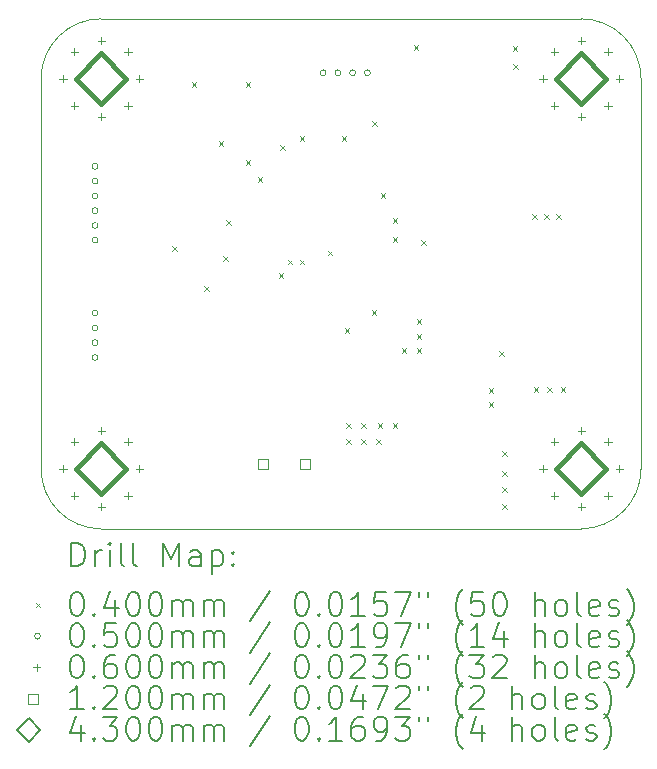
<source format=gbr>
%TF.GenerationSoftware,KiCad,Pcbnew,7.0.10*%
%TF.CreationDate,2024-03-14T18:53:14+05:30*%
%TF.ProjectId,STM32_4LAYER,53544d33-325f-4344-9c41-5945522e6b69,rev?*%
%TF.SameCoordinates,Original*%
%TF.FileFunction,Drillmap*%
%TF.FilePolarity,Positive*%
%FSLAX45Y45*%
G04 Gerber Fmt 4.5, Leading zero omitted, Abs format (unit mm)*
G04 Created by KiCad (PCBNEW 7.0.10) date 2024-03-14 18:53:14*
%MOMM*%
%LPD*%
G01*
G04 APERTURE LIST*
%ADD10C,0.100000*%
%ADD11C,0.200000*%
%ADD12C,0.120000*%
%ADD13C,0.430000*%
G04 APERTURE END LIST*
D10*
X20066000Y-7874000D02*
X20066000Y-11176000D01*
X14986000Y-11176000D02*
G75*
G03*
X15494000Y-11684000I508000J0D01*
G01*
X15494000Y-11684000D02*
X19558000Y-11684000D01*
X15494000Y-7366000D02*
X19558000Y-7366000D01*
X19558000Y-11684000D02*
G75*
G03*
X20066000Y-11176000I0J508000D01*
G01*
X15494000Y-7366000D02*
G75*
G03*
X14986000Y-7874000I0J-508000D01*
G01*
X20066000Y-7874000D02*
G75*
G03*
X19558000Y-7366000I-508000J0D01*
G01*
X14986000Y-7874000D02*
X14986000Y-11176000D01*
D11*
D10*
X16096300Y-9289100D02*
X16136300Y-9329100D01*
X16136300Y-9289100D02*
X16096300Y-9329100D01*
X16261400Y-7904800D02*
X16301400Y-7944800D01*
X16301400Y-7904800D02*
X16261400Y-7944800D01*
X16365233Y-9629767D02*
X16405233Y-9669767D01*
X16405233Y-9629767D02*
X16365233Y-9669767D01*
X16490000Y-8400100D02*
X16530000Y-8440100D01*
X16530000Y-8400100D02*
X16490000Y-8440100D01*
X16528100Y-9378000D02*
X16568100Y-9418000D01*
X16568100Y-9378000D02*
X16528100Y-9418000D01*
X16553500Y-9073200D02*
X16593500Y-9113200D01*
X16593500Y-9073200D02*
X16553500Y-9113200D01*
X16718600Y-7904800D02*
X16758600Y-7944800D01*
X16758600Y-7904800D02*
X16718600Y-7944800D01*
X16718600Y-8565200D02*
X16758600Y-8605200D01*
X16758600Y-8565200D02*
X16718600Y-8605200D01*
X16820200Y-8704900D02*
X16860200Y-8744900D01*
X16860200Y-8704900D02*
X16820200Y-8744900D01*
X16998000Y-9517700D02*
X17038000Y-9557700D01*
X17038000Y-9517700D02*
X16998000Y-9557700D01*
X17010700Y-8438200D02*
X17050700Y-8478200D01*
X17050700Y-8438200D02*
X17010700Y-8478200D01*
X17072675Y-9406341D02*
X17112675Y-9446341D01*
X17112675Y-9406341D02*
X17072675Y-9446341D01*
X17175800Y-8362000D02*
X17215800Y-8402000D01*
X17215800Y-8362000D02*
X17175800Y-8402000D01*
X17175800Y-9405000D02*
X17215800Y-9445000D01*
X17215800Y-9405000D02*
X17175800Y-9445000D01*
X17412020Y-9329740D02*
X17452020Y-9369740D01*
X17452020Y-9329740D02*
X17412020Y-9369740D01*
X17531400Y-8362000D02*
X17571400Y-8402000D01*
X17571400Y-8362000D02*
X17531400Y-8402000D01*
X17556800Y-9987600D02*
X17596800Y-10027600D01*
X17596800Y-9987600D02*
X17556800Y-10027600D01*
X17569500Y-10787700D02*
X17609500Y-10827700D01*
X17609500Y-10787700D02*
X17569500Y-10827700D01*
X17569500Y-10927400D02*
X17609500Y-10967400D01*
X17609500Y-10927400D02*
X17569500Y-10967400D01*
X17696500Y-10787700D02*
X17736500Y-10827700D01*
X17736500Y-10787700D02*
X17696500Y-10827700D01*
X17696500Y-10927400D02*
X17736500Y-10967400D01*
X17736500Y-10927400D02*
X17696500Y-10967400D01*
X17785400Y-9835200D02*
X17825400Y-9875200D01*
X17825400Y-9835200D02*
X17785400Y-9875200D01*
X17790480Y-8229920D02*
X17830480Y-8269920D01*
X17830480Y-8229920D02*
X17790480Y-8269920D01*
X17823500Y-10927400D02*
X17863500Y-10967400D01*
X17863500Y-10927400D02*
X17823500Y-10967400D01*
X17836200Y-10787700D02*
X17876200Y-10827700D01*
X17876200Y-10787700D02*
X17836200Y-10827700D01*
X17861600Y-8844600D02*
X17901600Y-8884600D01*
X17901600Y-8844600D02*
X17861600Y-8884600D01*
X17963200Y-9055000D02*
X18003200Y-9095000D01*
X18003200Y-9055000D02*
X17963200Y-9095000D01*
X17963200Y-9212900D02*
X18003200Y-9252900D01*
X18003200Y-9212900D02*
X17963200Y-9252900D01*
X17963200Y-10787700D02*
X18003200Y-10827700D01*
X18003200Y-10787700D02*
X17963200Y-10827700D01*
X18039400Y-10152700D02*
X18079400Y-10192700D01*
X18079400Y-10152700D02*
X18039400Y-10192700D01*
X18141000Y-7587300D02*
X18181000Y-7627300D01*
X18181000Y-7587300D02*
X18141000Y-7627300D01*
X18166400Y-9911400D02*
X18206400Y-9951400D01*
X18206400Y-9911400D02*
X18166400Y-9951400D01*
X18166400Y-10038400D02*
X18206400Y-10078400D01*
X18206400Y-10038400D02*
X18166400Y-10078400D01*
X18166400Y-10152700D02*
X18206400Y-10192700D01*
X18206400Y-10152700D02*
X18166400Y-10192700D01*
X18204500Y-9239840D02*
X18244500Y-9279840D01*
X18244500Y-9239840D02*
X18204500Y-9279840D01*
X18776000Y-10495600D02*
X18816000Y-10535600D01*
X18816000Y-10495600D02*
X18776000Y-10535600D01*
X18776000Y-10609900D02*
X18816000Y-10649900D01*
X18816000Y-10609900D02*
X18776000Y-10649900D01*
X18864900Y-10178100D02*
X18904900Y-10218100D01*
X18904900Y-10178100D02*
X18864900Y-10218100D01*
X18890300Y-11029000D02*
X18930300Y-11069000D01*
X18930300Y-11029000D02*
X18890300Y-11069000D01*
X18890300Y-11194100D02*
X18930300Y-11234100D01*
X18930300Y-11194100D02*
X18890300Y-11234100D01*
X18890300Y-11333800D02*
X18930300Y-11373800D01*
X18930300Y-11333800D02*
X18890300Y-11373800D01*
X18890300Y-11473500D02*
X18930300Y-11513500D01*
X18930300Y-11473500D02*
X18890300Y-11513500D01*
X18979200Y-7595500D02*
X19019200Y-7635500D01*
X19019200Y-7595500D02*
X18979200Y-7635500D01*
X18981100Y-7750500D02*
X19021100Y-7790500D01*
X19021100Y-7750500D02*
X18981100Y-7790500D01*
X19144300Y-9022400D02*
X19184300Y-9062400D01*
X19184300Y-9022400D02*
X19144300Y-9062400D01*
X19157000Y-10482900D02*
X19197000Y-10522900D01*
X19197000Y-10482900D02*
X19157000Y-10522900D01*
X19245900Y-9022400D02*
X19285900Y-9062400D01*
X19285900Y-9022400D02*
X19245900Y-9062400D01*
X19271300Y-10482900D02*
X19311300Y-10522900D01*
X19311300Y-10482900D02*
X19271300Y-10522900D01*
X19347500Y-9022400D02*
X19387500Y-9062400D01*
X19387500Y-9022400D02*
X19347500Y-9062400D01*
X19385600Y-10482900D02*
X19425600Y-10522900D01*
X19425600Y-10482900D02*
X19385600Y-10522900D01*
X15468020Y-9858200D02*
G75*
G03*
X15418020Y-9858200I-25000J0D01*
G01*
X15418020Y-9858200D02*
G75*
G03*
X15468020Y-9858200I25000J0D01*
G01*
X15468020Y-9983200D02*
G75*
G03*
X15418020Y-9983200I-25000J0D01*
G01*
X15418020Y-9983200D02*
G75*
G03*
X15468020Y-9983200I25000J0D01*
G01*
X15468020Y-10108200D02*
G75*
G03*
X15418020Y-10108200I-25000J0D01*
G01*
X15418020Y-10108200D02*
G75*
G03*
X15468020Y-10108200I25000J0D01*
G01*
X15468020Y-10233200D02*
G75*
G03*
X15418020Y-10233200I-25000J0D01*
G01*
X15418020Y-10233200D02*
G75*
G03*
X15468020Y-10233200I25000J0D01*
G01*
X15468200Y-8615520D02*
G75*
G03*
X15418200Y-8615520I-25000J0D01*
G01*
X15418200Y-8615520D02*
G75*
G03*
X15468200Y-8615520I25000J0D01*
G01*
X15468200Y-8740520D02*
G75*
G03*
X15418200Y-8740520I-25000J0D01*
G01*
X15418200Y-8740520D02*
G75*
G03*
X15468200Y-8740520I25000J0D01*
G01*
X15468200Y-8865520D02*
G75*
G03*
X15418200Y-8865520I-25000J0D01*
G01*
X15418200Y-8865520D02*
G75*
G03*
X15468200Y-8865520I25000J0D01*
G01*
X15468200Y-8990520D02*
G75*
G03*
X15418200Y-8990520I-25000J0D01*
G01*
X15418200Y-8990520D02*
G75*
G03*
X15468200Y-8990520I25000J0D01*
G01*
X15468200Y-9115520D02*
G75*
G03*
X15418200Y-9115520I-25000J0D01*
G01*
X15418200Y-9115520D02*
G75*
G03*
X15468200Y-9115520I25000J0D01*
G01*
X15468200Y-9240520D02*
G75*
G03*
X15418200Y-9240520I-25000J0D01*
G01*
X15418200Y-9240520D02*
G75*
G03*
X15468200Y-9240520I25000J0D01*
G01*
X17399060Y-7823020D02*
G75*
G03*
X17349060Y-7823020I-25000J0D01*
G01*
X17349060Y-7823020D02*
G75*
G03*
X17399060Y-7823020I25000J0D01*
G01*
X17524060Y-7823020D02*
G75*
G03*
X17474060Y-7823020I-25000J0D01*
G01*
X17474060Y-7823020D02*
G75*
G03*
X17524060Y-7823020I25000J0D01*
G01*
X17649060Y-7823020D02*
G75*
G03*
X17599060Y-7823020I-25000J0D01*
G01*
X17599060Y-7823020D02*
G75*
G03*
X17649060Y-7823020I25000J0D01*
G01*
X17774060Y-7823020D02*
G75*
G03*
X17724060Y-7823020I-25000J0D01*
G01*
X17724060Y-7823020D02*
G75*
G03*
X17774060Y-7823020I25000J0D01*
G01*
X15171500Y-7844000D02*
X15171500Y-7904000D01*
X15141500Y-7874000D02*
X15201500Y-7874000D01*
X15171500Y-11146000D02*
X15171500Y-11206000D01*
X15141500Y-11176000D02*
X15201500Y-11176000D01*
X15265958Y-7615958D02*
X15265958Y-7675958D01*
X15235958Y-7645958D02*
X15295958Y-7645958D01*
X15265958Y-8072042D02*
X15265958Y-8132042D01*
X15235958Y-8102042D02*
X15295958Y-8102042D01*
X15265958Y-10917958D02*
X15265958Y-10977958D01*
X15235958Y-10947958D02*
X15295958Y-10947958D01*
X15265958Y-11374042D02*
X15265958Y-11434042D01*
X15235958Y-11404042D02*
X15295958Y-11404042D01*
X15494000Y-7521500D02*
X15494000Y-7581500D01*
X15464000Y-7551500D02*
X15524000Y-7551500D01*
X15494000Y-8166500D02*
X15494000Y-8226500D01*
X15464000Y-8196500D02*
X15524000Y-8196500D01*
X15494000Y-10823500D02*
X15494000Y-10883500D01*
X15464000Y-10853500D02*
X15524000Y-10853500D01*
X15494000Y-11468500D02*
X15494000Y-11528500D01*
X15464000Y-11498500D02*
X15524000Y-11498500D01*
X15722042Y-7615958D02*
X15722042Y-7675958D01*
X15692042Y-7645958D02*
X15752042Y-7645958D01*
X15722042Y-8072042D02*
X15722042Y-8132042D01*
X15692042Y-8102042D02*
X15752042Y-8102042D01*
X15722042Y-10917958D02*
X15722042Y-10977958D01*
X15692042Y-10947958D02*
X15752042Y-10947958D01*
X15722042Y-11374042D02*
X15722042Y-11434042D01*
X15692042Y-11404042D02*
X15752042Y-11404042D01*
X15816500Y-7844000D02*
X15816500Y-7904000D01*
X15786500Y-7874000D02*
X15846500Y-7874000D01*
X15816500Y-11146000D02*
X15816500Y-11206000D01*
X15786500Y-11176000D02*
X15846500Y-11176000D01*
X19235500Y-7844000D02*
X19235500Y-7904000D01*
X19205500Y-7874000D02*
X19265500Y-7874000D01*
X19235500Y-11146000D02*
X19235500Y-11206000D01*
X19205500Y-11176000D02*
X19265500Y-11176000D01*
X19329958Y-7615958D02*
X19329958Y-7675958D01*
X19299958Y-7645958D02*
X19359958Y-7645958D01*
X19329958Y-8072042D02*
X19329958Y-8132042D01*
X19299958Y-8102042D02*
X19359958Y-8102042D01*
X19329958Y-10917958D02*
X19329958Y-10977958D01*
X19299958Y-10947958D02*
X19359958Y-10947958D01*
X19329958Y-11374042D02*
X19329958Y-11434042D01*
X19299958Y-11404042D02*
X19359958Y-11404042D01*
X19558000Y-7521500D02*
X19558000Y-7581500D01*
X19528000Y-7551500D02*
X19588000Y-7551500D01*
X19558000Y-8166500D02*
X19558000Y-8226500D01*
X19528000Y-8196500D02*
X19588000Y-8196500D01*
X19558000Y-10823500D02*
X19558000Y-10883500D01*
X19528000Y-10853500D02*
X19588000Y-10853500D01*
X19558000Y-11468500D02*
X19558000Y-11528500D01*
X19528000Y-11498500D02*
X19588000Y-11498500D01*
X19786042Y-7615958D02*
X19786042Y-7675958D01*
X19756042Y-7645958D02*
X19816042Y-7645958D01*
X19786042Y-8072042D02*
X19786042Y-8132042D01*
X19756042Y-8102042D02*
X19816042Y-8102042D01*
X19786042Y-10917958D02*
X19786042Y-10977958D01*
X19756042Y-10947958D02*
X19816042Y-10947958D01*
X19786042Y-11374042D02*
X19786042Y-11434042D01*
X19756042Y-11404042D02*
X19816042Y-11404042D01*
X19880500Y-7844000D02*
X19880500Y-7904000D01*
X19850500Y-7874000D02*
X19910500Y-7874000D01*
X19880500Y-11146000D02*
X19880500Y-11206000D01*
X19850500Y-11176000D02*
X19910500Y-11176000D01*
D12*
X16910827Y-11173827D02*
X16910827Y-11088973D01*
X16825973Y-11088973D01*
X16825973Y-11173827D01*
X16910827Y-11173827D01*
X17260827Y-11173827D02*
X17260827Y-11088973D01*
X17175973Y-11088973D01*
X17175973Y-11173827D01*
X17260827Y-11173827D01*
D13*
X15494000Y-8089000D02*
X15709000Y-7874000D01*
X15494000Y-7659000D01*
X15279000Y-7874000D01*
X15494000Y-8089000D01*
X15494000Y-11391000D02*
X15709000Y-11176000D01*
X15494000Y-10961000D01*
X15279000Y-11176000D01*
X15494000Y-11391000D01*
X19558000Y-8089000D02*
X19773000Y-7874000D01*
X19558000Y-7659000D01*
X19343000Y-7874000D01*
X19558000Y-8089000D01*
X19558000Y-11391000D02*
X19773000Y-11176000D01*
X19558000Y-10961000D01*
X19343000Y-11176000D01*
X19558000Y-11391000D01*
D11*
X15241777Y-12000484D02*
X15241777Y-11800484D01*
X15241777Y-11800484D02*
X15289396Y-11800484D01*
X15289396Y-11800484D02*
X15317967Y-11810008D01*
X15317967Y-11810008D02*
X15337015Y-11829055D01*
X15337015Y-11829055D02*
X15346539Y-11848103D01*
X15346539Y-11848103D02*
X15356062Y-11886198D01*
X15356062Y-11886198D02*
X15356062Y-11914769D01*
X15356062Y-11914769D02*
X15346539Y-11952865D01*
X15346539Y-11952865D02*
X15337015Y-11971912D01*
X15337015Y-11971912D02*
X15317967Y-11990960D01*
X15317967Y-11990960D02*
X15289396Y-12000484D01*
X15289396Y-12000484D02*
X15241777Y-12000484D01*
X15441777Y-12000484D02*
X15441777Y-11867150D01*
X15441777Y-11905246D02*
X15451301Y-11886198D01*
X15451301Y-11886198D02*
X15460824Y-11876674D01*
X15460824Y-11876674D02*
X15479872Y-11867150D01*
X15479872Y-11867150D02*
X15498920Y-11867150D01*
X15565586Y-12000484D02*
X15565586Y-11867150D01*
X15565586Y-11800484D02*
X15556062Y-11810008D01*
X15556062Y-11810008D02*
X15565586Y-11819531D01*
X15565586Y-11819531D02*
X15575110Y-11810008D01*
X15575110Y-11810008D02*
X15565586Y-11800484D01*
X15565586Y-11800484D02*
X15565586Y-11819531D01*
X15689396Y-12000484D02*
X15670348Y-11990960D01*
X15670348Y-11990960D02*
X15660824Y-11971912D01*
X15660824Y-11971912D02*
X15660824Y-11800484D01*
X15794158Y-12000484D02*
X15775110Y-11990960D01*
X15775110Y-11990960D02*
X15765586Y-11971912D01*
X15765586Y-11971912D02*
X15765586Y-11800484D01*
X16022729Y-12000484D02*
X16022729Y-11800484D01*
X16022729Y-11800484D02*
X16089396Y-11943341D01*
X16089396Y-11943341D02*
X16156062Y-11800484D01*
X16156062Y-11800484D02*
X16156062Y-12000484D01*
X16337015Y-12000484D02*
X16337015Y-11895722D01*
X16337015Y-11895722D02*
X16327491Y-11876674D01*
X16327491Y-11876674D02*
X16308443Y-11867150D01*
X16308443Y-11867150D02*
X16270348Y-11867150D01*
X16270348Y-11867150D02*
X16251301Y-11876674D01*
X16337015Y-11990960D02*
X16317967Y-12000484D01*
X16317967Y-12000484D02*
X16270348Y-12000484D01*
X16270348Y-12000484D02*
X16251301Y-11990960D01*
X16251301Y-11990960D02*
X16241777Y-11971912D01*
X16241777Y-11971912D02*
X16241777Y-11952865D01*
X16241777Y-11952865D02*
X16251301Y-11933817D01*
X16251301Y-11933817D02*
X16270348Y-11924293D01*
X16270348Y-11924293D02*
X16317967Y-11924293D01*
X16317967Y-11924293D02*
X16337015Y-11914769D01*
X16432253Y-11867150D02*
X16432253Y-12067150D01*
X16432253Y-11876674D02*
X16451301Y-11867150D01*
X16451301Y-11867150D02*
X16489396Y-11867150D01*
X16489396Y-11867150D02*
X16508443Y-11876674D01*
X16508443Y-11876674D02*
X16517967Y-11886198D01*
X16517967Y-11886198D02*
X16527491Y-11905246D01*
X16527491Y-11905246D02*
X16527491Y-11962388D01*
X16527491Y-11962388D02*
X16517967Y-11981436D01*
X16517967Y-11981436D02*
X16508443Y-11990960D01*
X16508443Y-11990960D02*
X16489396Y-12000484D01*
X16489396Y-12000484D02*
X16451301Y-12000484D01*
X16451301Y-12000484D02*
X16432253Y-11990960D01*
X16613205Y-11981436D02*
X16622729Y-11990960D01*
X16622729Y-11990960D02*
X16613205Y-12000484D01*
X16613205Y-12000484D02*
X16603682Y-11990960D01*
X16603682Y-11990960D02*
X16613205Y-11981436D01*
X16613205Y-11981436D02*
X16613205Y-12000484D01*
X16613205Y-11876674D02*
X16622729Y-11886198D01*
X16622729Y-11886198D02*
X16613205Y-11895722D01*
X16613205Y-11895722D02*
X16603682Y-11886198D01*
X16603682Y-11886198D02*
X16613205Y-11876674D01*
X16613205Y-11876674D02*
X16613205Y-11895722D01*
D10*
X14941000Y-12309000D02*
X14981000Y-12349000D01*
X14981000Y-12309000D02*
X14941000Y-12349000D01*
D11*
X15279872Y-12220484D02*
X15298920Y-12220484D01*
X15298920Y-12220484D02*
X15317967Y-12230008D01*
X15317967Y-12230008D02*
X15327491Y-12239531D01*
X15327491Y-12239531D02*
X15337015Y-12258579D01*
X15337015Y-12258579D02*
X15346539Y-12296674D01*
X15346539Y-12296674D02*
X15346539Y-12344293D01*
X15346539Y-12344293D02*
X15337015Y-12382388D01*
X15337015Y-12382388D02*
X15327491Y-12401436D01*
X15327491Y-12401436D02*
X15317967Y-12410960D01*
X15317967Y-12410960D02*
X15298920Y-12420484D01*
X15298920Y-12420484D02*
X15279872Y-12420484D01*
X15279872Y-12420484D02*
X15260824Y-12410960D01*
X15260824Y-12410960D02*
X15251301Y-12401436D01*
X15251301Y-12401436D02*
X15241777Y-12382388D01*
X15241777Y-12382388D02*
X15232253Y-12344293D01*
X15232253Y-12344293D02*
X15232253Y-12296674D01*
X15232253Y-12296674D02*
X15241777Y-12258579D01*
X15241777Y-12258579D02*
X15251301Y-12239531D01*
X15251301Y-12239531D02*
X15260824Y-12230008D01*
X15260824Y-12230008D02*
X15279872Y-12220484D01*
X15432253Y-12401436D02*
X15441777Y-12410960D01*
X15441777Y-12410960D02*
X15432253Y-12420484D01*
X15432253Y-12420484D02*
X15422729Y-12410960D01*
X15422729Y-12410960D02*
X15432253Y-12401436D01*
X15432253Y-12401436D02*
X15432253Y-12420484D01*
X15613205Y-12287150D02*
X15613205Y-12420484D01*
X15565586Y-12210960D02*
X15517967Y-12353817D01*
X15517967Y-12353817D02*
X15641777Y-12353817D01*
X15756062Y-12220484D02*
X15775110Y-12220484D01*
X15775110Y-12220484D02*
X15794158Y-12230008D01*
X15794158Y-12230008D02*
X15803682Y-12239531D01*
X15803682Y-12239531D02*
X15813205Y-12258579D01*
X15813205Y-12258579D02*
X15822729Y-12296674D01*
X15822729Y-12296674D02*
X15822729Y-12344293D01*
X15822729Y-12344293D02*
X15813205Y-12382388D01*
X15813205Y-12382388D02*
X15803682Y-12401436D01*
X15803682Y-12401436D02*
X15794158Y-12410960D01*
X15794158Y-12410960D02*
X15775110Y-12420484D01*
X15775110Y-12420484D02*
X15756062Y-12420484D01*
X15756062Y-12420484D02*
X15737015Y-12410960D01*
X15737015Y-12410960D02*
X15727491Y-12401436D01*
X15727491Y-12401436D02*
X15717967Y-12382388D01*
X15717967Y-12382388D02*
X15708443Y-12344293D01*
X15708443Y-12344293D02*
X15708443Y-12296674D01*
X15708443Y-12296674D02*
X15717967Y-12258579D01*
X15717967Y-12258579D02*
X15727491Y-12239531D01*
X15727491Y-12239531D02*
X15737015Y-12230008D01*
X15737015Y-12230008D02*
X15756062Y-12220484D01*
X15946539Y-12220484D02*
X15965586Y-12220484D01*
X15965586Y-12220484D02*
X15984634Y-12230008D01*
X15984634Y-12230008D02*
X15994158Y-12239531D01*
X15994158Y-12239531D02*
X16003682Y-12258579D01*
X16003682Y-12258579D02*
X16013205Y-12296674D01*
X16013205Y-12296674D02*
X16013205Y-12344293D01*
X16013205Y-12344293D02*
X16003682Y-12382388D01*
X16003682Y-12382388D02*
X15994158Y-12401436D01*
X15994158Y-12401436D02*
X15984634Y-12410960D01*
X15984634Y-12410960D02*
X15965586Y-12420484D01*
X15965586Y-12420484D02*
X15946539Y-12420484D01*
X15946539Y-12420484D02*
X15927491Y-12410960D01*
X15927491Y-12410960D02*
X15917967Y-12401436D01*
X15917967Y-12401436D02*
X15908443Y-12382388D01*
X15908443Y-12382388D02*
X15898920Y-12344293D01*
X15898920Y-12344293D02*
X15898920Y-12296674D01*
X15898920Y-12296674D02*
X15908443Y-12258579D01*
X15908443Y-12258579D02*
X15917967Y-12239531D01*
X15917967Y-12239531D02*
X15927491Y-12230008D01*
X15927491Y-12230008D02*
X15946539Y-12220484D01*
X16098920Y-12420484D02*
X16098920Y-12287150D01*
X16098920Y-12306198D02*
X16108443Y-12296674D01*
X16108443Y-12296674D02*
X16127491Y-12287150D01*
X16127491Y-12287150D02*
X16156063Y-12287150D01*
X16156063Y-12287150D02*
X16175110Y-12296674D01*
X16175110Y-12296674D02*
X16184634Y-12315722D01*
X16184634Y-12315722D02*
X16184634Y-12420484D01*
X16184634Y-12315722D02*
X16194158Y-12296674D01*
X16194158Y-12296674D02*
X16213205Y-12287150D01*
X16213205Y-12287150D02*
X16241777Y-12287150D01*
X16241777Y-12287150D02*
X16260824Y-12296674D01*
X16260824Y-12296674D02*
X16270348Y-12315722D01*
X16270348Y-12315722D02*
X16270348Y-12420484D01*
X16365586Y-12420484D02*
X16365586Y-12287150D01*
X16365586Y-12306198D02*
X16375110Y-12296674D01*
X16375110Y-12296674D02*
X16394158Y-12287150D01*
X16394158Y-12287150D02*
X16422729Y-12287150D01*
X16422729Y-12287150D02*
X16441777Y-12296674D01*
X16441777Y-12296674D02*
X16451301Y-12315722D01*
X16451301Y-12315722D02*
X16451301Y-12420484D01*
X16451301Y-12315722D02*
X16460824Y-12296674D01*
X16460824Y-12296674D02*
X16479872Y-12287150D01*
X16479872Y-12287150D02*
X16508443Y-12287150D01*
X16508443Y-12287150D02*
X16527491Y-12296674D01*
X16527491Y-12296674D02*
X16537015Y-12315722D01*
X16537015Y-12315722D02*
X16537015Y-12420484D01*
X16927491Y-12210960D02*
X16756063Y-12468103D01*
X17184634Y-12220484D02*
X17203682Y-12220484D01*
X17203682Y-12220484D02*
X17222729Y-12230008D01*
X17222729Y-12230008D02*
X17232253Y-12239531D01*
X17232253Y-12239531D02*
X17241777Y-12258579D01*
X17241777Y-12258579D02*
X17251301Y-12296674D01*
X17251301Y-12296674D02*
X17251301Y-12344293D01*
X17251301Y-12344293D02*
X17241777Y-12382388D01*
X17241777Y-12382388D02*
X17232253Y-12401436D01*
X17232253Y-12401436D02*
X17222729Y-12410960D01*
X17222729Y-12410960D02*
X17203682Y-12420484D01*
X17203682Y-12420484D02*
X17184634Y-12420484D01*
X17184634Y-12420484D02*
X17165587Y-12410960D01*
X17165587Y-12410960D02*
X17156063Y-12401436D01*
X17156063Y-12401436D02*
X17146539Y-12382388D01*
X17146539Y-12382388D02*
X17137015Y-12344293D01*
X17137015Y-12344293D02*
X17137015Y-12296674D01*
X17137015Y-12296674D02*
X17146539Y-12258579D01*
X17146539Y-12258579D02*
X17156063Y-12239531D01*
X17156063Y-12239531D02*
X17165587Y-12230008D01*
X17165587Y-12230008D02*
X17184634Y-12220484D01*
X17337015Y-12401436D02*
X17346539Y-12410960D01*
X17346539Y-12410960D02*
X17337015Y-12420484D01*
X17337015Y-12420484D02*
X17327491Y-12410960D01*
X17327491Y-12410960D02*
X17337015Y-12401436D01*
X17337015Y-12401436D02*
X17337015Y-12420484D01*
X17470348Y-12220484D02*
X17489396Y-12220484D01*
X17489396Y-12220484D02*
X17508444Y-12230008D01*
X17508444Y-12230008D02*
X17517968Y-12239531D01*
X17517968Y-12239531D02*
X17527491Y-12258579D01*
X17527491Y-12258579D02*
X17537015Y-12296674D01*
X17537015Y-12296674D02*
X17537015Y-12344293D01*
X17537015Y-12344293D02*
X17527491Y-12382388D01*
X17527491Y-12382388D02*
X17517968Y-12401436D01*
X17517968Y-12401436D02*
X17508444Y-12410960D01*
X17508444Y-12410960D02*
X17489396Y-12420484D01*
X17489396Y-12420484D02*
X17470348Y-12420484D01*
X17470348Y-12420484D02*
X17451301Y-12410960D01*
X17451301Y-12410960D02*
X17441777Y-12401436D01*
X17441777Y-12401436D02*
X17432253Y-12382388D01*
X17432253Y-12382388D02*
X17422729Y-12344293D01*
X17422729Y-12344293D02*
X17422729Y-12296674D01*
X17422729Y-12296674D02*
X17432253Y-12258579D01*
X17432253Y-12258579D02*
X17441777Y-12239531D01*
X17441777Y-12239531D02*
X17451301Y-12230008D01*
X17451301Y-12230008D02*
X17470348Y-12220484D01*
X17727491Y-12420484D02*
X17613206Y-12420484D01*
X17670348Y-12420484D02*
X17670348Y-12220484D01*
X17670348Y-12220484D02*
X17651301Y-12249055D01*
X17651301Y-12249055D02*
X17632253Y-12268103D01*
X17632253Y-12268103D02*
X17613206Y-12277627D01*
X17908444Y-12220484D02*
X17813206Y-12220484D01*
X17813206Y-12220484D02*
X17803682Y-12315722D01*
X17803682Y-12315722D02*
X17813206Y-12306198D01*
X17813206Y-12306198D02*
X17832253Y-12296674D01*
X17832253Y-12296674D02*
X17879872Y-12296674D01*
X17879872Y-12296674D02*
X17898920Y-12306198D01*
X17898920Y-12306198D02*
X17908444Y-12315722D01*
X17908444Y-12315722D02*
X17917968Y-12334769D01*
X17917968Y-12334769D02*
X17917968Y-12382388D01*
X17917968Y-12382388D02*
X17908444Y-12401436D01*
X17908444Y-12401436D02*
X17898920Y-12410960D01*
X17898920Y-12410960D02*
X17879872Y-12420484D01*
X17879872Y-12420484D02*
X17832253Y-12420484D01*
X17832253Y-12420484D02*
X17813206Y-12410960D01*
X17813206Y-12410960D02*
X17803682Y-12401436D01*
X17984634Y-12220484D02*
X18117968Y-12220484D01*
X18117968Y-12220484D02*
X18032253Y-12420484D01*
X18184634Y-12220484D02*
X18184634Y-12258579D01*
X18260825Y-12220484D02*
X18260825Y-12258579D01*
X18556063Y-12496674D02*
X18546539Y-12487150D01*
X18546539Y-12487150D02*
X18527491Y-12458579D01*
X18527491Y-12458579D02*
X18517968Y-12439531D01*
X18517968Y-12439531D02*
X18508444Y-12410960D01*
X18508444Y-12410960D02*
X18498920Y-12363341D01*
X18498920Y-12363341D02*
X18498920Y-12325246D01*
X18498920Y-12325246D02*
X18508444Y-12277627D01*
X18508444Y-12277627D02*
X18517968Y-12249055D01*
X18517968Y-12249055D02*
X18527491Y-12230008D01*
X18527491Y-12230008D02*
X18546539Y-12201436D01*
X18546539Y-12201436D02*
X18556063Y-12191912D01*
X18727491Y-12220484D02*
X18632253Y-12220484D01*
X18632253Y-12220484D02*
X18622730Y-12315722D01*
X18622730Y-12315722D02*
X18632253Y-12306198D01*
X18632253Y-12306198D02*
X18651301Y-12296674D01*
X18651301Y-12296674D02*
X18698920Y-12296674D01*
X18698920Y-12296674D02*
X18717968Y-12306198D01*
X18717968Y-12306198D02*
X18727491Y-12315722D01*
X18727491Y-12315722D02*
X18737015Y-12334769D01*
X18737015Y-12334769D02*
X18737015Y-12382388D01*
X18737015Y-12382388D02*
X18727491Y-12401436D01*
X18727491Y-12401436D02*
X18717968Y-12410960D01*
X18717968Y-12410960D02*
X18698920Y-12420484D01*
X18698920Y-12420484D02*
X18651301Y-12420484D01*
X18651301Y-12420484D02*
X18632253Y-12410960D01*
X18632253Y-12410960D02*
X18622730Y-12401436D01*
X18860825Y-12220484D02*
X18879872Y-12220484D01*
X18879872Y-12220484D02*
X18898920Y-12230008D01*
X18898920Y-12230008D02*
X18908444Y-12239531D01*
X18908444Y-12239531D02*
X18917968Y-12258579D01*
X18917968Y-12258579D02*
X18927491Y-12296674D01*
X18927491Y-12296674D02*
X18927491Y-12344293D01*
X18927491Y-12344293D02*
X18917968Y-12382388D01*
X18917968Y-12382388D02*
X18908444Y-12401436D01*
X18908444Y-12401436D02*
X18898920Y-12410960D01*
X18898920Y-12410960D02*
X18879872Y-12420484D01*
X18879872Y-12420484D02*
X18860825Y-12420484D01*
X18860825Y-12420484D02*
X18841777Y-12410960D01*
X18841777Y-12410960D02*
X18832253Y-12401436D01*
X18832253Y-12401436D02*
X18822730Y-12382388D01*
X18822730Y-12382388D02*
X18813206Y-12344293D01*
X18813206Y-12344293D02*
X18813206Y-12296674D01*
X18813206Y-12296674D02*
X18822730Y-12258579D01*
X18822730Y-12258579D02*
X18832253Y-12239531D01*
X18832253Y-12239531D02*
X18841777Y-12230008D01*
X18841777Y-12230008D02*
X18860825Y-12220484D01*
X19165587Y-12420484D02*
X19165587Y-12220484D01*
X19251301Y-12420484D02*
X19251301Y-12315722D01*
X19251301Y-12315722D02*
X19241777Y-12296674D01*
X19241777Y-12296674D02*
X19222730Y-12287150D01*
X19222730Y-12287150D02*
X19194158Y-12287150D01*
X19194158Y-12287150D02*
X19175111Y-12296674D01*
X19175111Y-12296674D02*
X19165587Y-12306198D01*
X19375111Y-12420484D02*
X19356063Y-12410960D01*
X19356063Y-12410960D02*
X19346539Y-12401436D01*
X19346539Y-12401436D02*
X19337015Y-12382388D01*
X19337015Y-12382388D02*
X19337015Y-12325246D01*
X19337015Y-12325246D02*
X19346539Y-12306198D01*
X19346539Y-12306198D02*
X19356063Y-12296674D01*
X19356063Y-12296674D02*
X19375111Y-12287150D01*
X19375111Y-12287150D02*
X19403682Y-12287150D01*
X19403682Y-12287150D02*
X19422730Y-12296674D01*
X19422730Y-12296674D02*
X19432253Y-12306198D01*
X19432253Y-12306198D02*
X19441777Y-12325246D01*
X19441777Y-12325246D02*
X19441777Y-12382388D01*
X19441777Y-12382388D02*
X19432253Y-12401436D01*
X19432253Y-12401436D02*
X19422730Y-12410960D01*
X19422730Y-12410960D02*
X19403682Y-12420484D01*
X19403682Y-12420484D02*
X19375111Y-12420484D01*
X19556063Y-12420484D02*
X19537015Y-12410960D01*
X19537015Y-12410960D02*
X19527492Y-12391912D01*
X19527492Y-12391912D02*
X19527492Y-12220484D01*
X19708444Y-12410960D02*
X19689396Y-12420484D01*
X19689396Y-12420484D02*
X19651301Y-12420484D01*
X19651301Y-12420484D02*
X19632253Y-12410960D01*
X19632253Y-12410960D02*
X19622730Y-12391912D01*
X19622730Y-12391912D02*
X19622730Y-12315722D01*
X19622730Y-12315722D02*
X19632253Y-12296674D01*
X19632253Y-12296674D02*
X19651301Y-12287150D01*
X19651301Y-12287150D02*
X19689396Y-12287150D01*
X19689396Y-12287150D02*
X19708444Y-12296674D01*
X19708444Y-12296674D02*
X19717968Y-12315722D01*
X19717968Y-12315722D02*
X19717968Y-12334769D01*
X19717968Y-12334769D02*
X19622730Y-12353817D01*
X19794158Y-12410960D02*
X19813206Y-12420484D01*
X19813206Y-12420484D02*
X19851301Y-12420484D01*
X19851301Y-12420484D02*
X19870349Y-12410960D01*
X19870349Y-12410960D02*
X19879873Y-12391912D01*
X19879873Y-12391912D02*
X19879873Y-12382388D01*
X19879873Y-12382388D02*
X19870349Y-12363341D01*
X19870349Y-12363341D02*
X19851301Y-12353817D01*
X19851301Y-12353817D02*
X19822730Y-12353817D01*
X19822730Y-12353817D02*
X19803682Y-12344293D01*
X19803682Y-12344293D02*
X19794158Y-12325246D01*
X19794158Y-12325246D02*
X19794158Y-12315722D01*
X19794158Y-12315722D02*
X19803682Y-12296674D01*
X19803682Y-12296674D02*
X19822730Y-12287150D01*
X19822730Y-12287150D02*
X19851301Y-12287150D01*
X19851301Y-12287150D02*
X19870349Y-12296674D01*
X19946539Y-12496674D02*
X19956063Y-12487150D01*
X19956063Y-12487150D02*
X19975111Y-12458579D01*
X19975111Y-12458579D02*
X19984634Y-12439531D01*
X19984634Y-12439531D02*
X19994158Y-12410960D01*
X19994158Y-12410960D02*
X20003682Y-12363341D01*
X20003682Y-12363341D02*
X20003682Y-12325246D01*
X20003682Y-12325246D02*
X19994158Y-12277627D01*
X19994158Y-12277627D02*
X19984634Y-12249055D01*
X19984634Y-12249055D02*
X19975111Y-12230008D01*
X19975111Y-12230008D02*
X19956063Y-12201436D01*
X19956063Y-12201436D02*
X19946539Y-12191912D01*
D10*
X14981000Y-12593000D02*
G75*
G03*
X14931000Y-12593000I-25000J0D01*
G01*
X14931000Y-12593000D02*
G75*
G03*
X14981000Y-12593000I25000J0D01*
G01*
D11*
X15279872Y-12484484D02*
X15298920Y-12484484D01*
X15298920Y-12484484D02*
X15317967Y-12494008D01*
X15317967Y-12494008D02*
X15327491Y-12503531D01*
X15327491Y-12503531D02*
X15337015Y-12522579D01*
X15337015Y-12522579D02*
X15346539Y-12560674D01*
X15346539Y-12560674D02*
X15346539Y-12608293D01*
X15346539Y-12608293D02*
X15337015Y-12646388D01*
X15337015Y-12646388D02*
X15327491Y-12665436D01*
X15327491Y-12665436D02*
X15317967Y-12674960D01*
X15317967Y-12674960D02*
X15298920Y-12684484D01*
X15298920Y-12684484D02*
X15279872Y-12684484D01*
X15279872Y-12684484D02*
X15260824Y-12674960D01*
X15260824Y-12674960D02*
X15251301Y-12665436D01*
X15251301Y-12665436D02*
X15241777Y-12646388D01*
X15241777Y-12646388D02*
X15232253Y-12608293D01*
X15232253Y-12608293D02*
X15232253Y-12560674D01*
X15232253Y-12560674D02*
X15241777Y-12522579D01*
X15241777Y-12522579D02*
X15251301Y-12503531D01*
X15251301Y-12503531D02*
X15260824Y-12494008D01*
X15260824Y-12494008D02*
X15279872Y-12484484D01*
X15432253Y-12665436D02*
X15441777Y-12674960D01*
X15441777Y-12674960D02*
X15432253Y-12684484D01*
X15432253Y-12684484D02*
X15422729Y-12674960D01*
X15422729Y-12674960D02*
X15432253Y-12665436D01*
X15432253Y-12665436D02*
X15432253Y-12684484D01*
X15622729Y-12484484D02*
X15527491Y-12484484D01*
X15527491Y-12484484D02*
X15517967Y-12579722D01*
X15517967Y-12579722D02*
X15527491Y-12570198D01*
X15527491Y-12570198D02*
X15546539Y-12560674D01*
X15546539Y-12560674D02*
X15594158Y-12560674D01*
X15594158Y-12560674D02*
X15613205Y-12570198D01*
X15613205Y-12570198D02*
X15622729Y-12579722D01*
X15622729Y-12579722D02*
X15632253Y-12598769D01*
X15632253Y-12598769D02*
X15632253Y-12646388D01*
X15632253Y-12646388D02*
X15622729Y-12665436D01*
X15622729Y-12665436D02*
X15613205Y-12674960D01*
X15613205Y-12674960D02*
X15594158Y-12684484D01*
X15594158Y-12684484D02*
X15546539Y-12684484D01*
X15546539Y-12684484D02*
X15527491Y-12674960D01*
X15527491Y-12674960D02*
X15517967Y-12665436D01*
X15756062Y-12484484D02*
X15775110Y-12484484D01*
X15775110Y-12484484D02*
X15794158Y-12494008D01*
X15794158Y-12494008D02*
X15803682Y-12503531D01*
X15803682Y-12503531D02*
X15813205Y-12522579D01*
X15813205Y-12522579D02*
X15822729Y-12560674D01*
X15822729Y-12560674D02*
X15822729Y-12608293D01*
X15822729Y-12608293D02*
X15813205Y-12646388D01*
X15813205Y-12646388D02*
X15803682Y-12665436D01*
X15803682Y-12665436D02*
X15794158Y-12674960D01*
X15794158Y-12674960D02*
X15775110Y-12684484D01*
X15775110Y-12684484D02*
X15756062Y-12684484D01*
X15756062Y-12684484D02*
X15737015Y-12674960D01*
X15737015Y-12674960D02*
X15727491Y-12665436D01*
X15727491Y-12665436D02*
X15717967Y-12646388D01*
X15717967Y-12646388D02*
X15708443Y-12608293D01*
X15708443Y-12608293D02*
X15708443Y-12560674D01*
X15708443Y-12560674D02*
X15717967Y-12522579D01*
X15717967Y-12522579D02*
X15727491Y-12503531D01*
X15727491Y-12503531D02*
X15737015Y-12494008D01*
X15737015Y-12494008D02*
X15756062Y-12484484D01*
X15946539Y-12484484D02*
X15965586Y-12484484D01*
X15965586Y-12484484D02*
X15984634Y-12494008D01*
X15984634Y-12494008D02*
X15994158Y-12503531D01*
X15994158Y-12503531D02*
X16003682Y-12522579D01*
X16003682Y-12522579D02*
X16013205Y-12560674D01*
X16013205Y-12560674D02*
X16013205Y-12608293D01*
X16013205Y-12608293D02*
X16003682Y-12646388D01*
X16003682Y-12646388D02*
X15994158Y-12665436D01*
X15994158Y-12665436D02*
X15984634Y-12674960D01*
X15984634Y-12674960D02*
X15965586Y-12684484D01*
X15965586Y-12684484D02*
X15946539Y-12684484D01*
X15946539Y-12684484D02*
X15927491Y-12674960D01*
X15927491Y-12674960D02*
X15917967Y-12665436D01*
X15917967Y-12665436D02*
X15908443Y-12646388D01*
X15908443Y-12646388D02*
X15898920Y-12608293D01*
X15898920Y-12608293D02*
X15898920Y-12560674D01*
X15898920Y-12560674D02*
X15908443Y-12522579D01*
X15908443Y-12522579D02*
X15917967Y-12503531D01*
X15917967Y-12503531D02*
X15927491Y-12494008D01*
X15927491Y-12494008D02*
X15946539Y-12484484D01*
X16098920Y-12684484D02*
X16098920Y-12551150D01*
X16098920Y-12570198D02*
X16108443Y-12560674D01*
X16108443Y-12560674D02*
X16127491Y-12551150D01*
X16127491Y-12551150D02*
X16156063Y-12551150D01*
X16156063Y-12551150D02*
X16175110Y-12560674D01*
X16175110Y-12560674D02*
X16184634Y-12579722D01*
X16184634Y-12579722D02*
X16184634Y-12684484D01*
X16184634Y-12579722D02*
X16194158Y-12560674D01*
X16194158Y-12560674D02*
X16213205Y-12551150D01*
X16213205Y-12551150D02*
X16241777Y-12551150D01*
X16241777Y-12551150D02*
X16260824Y-12560674D01*
X16260824Y-12560674D02*
X16270348Y-12579722D01*
X16270348Y-12579722D02*
X16270348Y-12684484D01*
X16365586Y-12684484D02*
X16365586Y-12551150D01*
X16365586Y-12570198D02*
X16375110Y-12560674D01*
X16375110Y-12560674D02*
X16394158Y-12551150D01*
X16394158Y-12551150D02*
X16422729Y-12551150D01*
X16422729Y-12551150D02*
X16441777Y-12560674D01*
X16441777Y-12560674D02*
X16451301Y-12579722D01*
X16451301Y-12579722D02*
X16451301Y-12684484D01*
X16451301Y-12579722D02*
X16460824Y-12560674D01*
X16460824Y-12560674D02*
X16479872Y-12551150D01*
X16479872Y-12551150D02*
X16508443Y-12551150D01*
X16508443Y-12551150D02*
X16527491Y-12560674D01*
X16527491Y-12560674D02*
X16537015Y-12579722D01*
X16537015Y-12579722D02*
X16537015Y-12684484D01*
X16927491Y-12474960D02*
X16756063Y-12732103D01*
X17184634Y-12484484D02*
X17203682Y-12484484D01*
X17203682Y-12484484D02*
X17222729Y-12494008D01*
X17222729Y-12494008D02*
X17232253Y-12503531D01*
X17232253Y-12503531D02*
X17241777Y-12522579D01*
X17241777Y-12522579D02*
X17251301Y-12560674D01*
X17251301Y-12560674D02*
X17251301Y-12608293D01*
X17251301Y-12608293D02*
X17241777Y-12646388D01*
X17241777Y-12646388D02*
X17232253Y-12665436D01*
X17232253Y-12665436D02*
X17222729Y-12674960D01*
X17222729Y-12674960D02*
X17203682Y-12684484D01*
X17203682Y-12684484D02*
X17184634Y-12684484D01*
X17184634Y-12684484D02*
X17165587Y-12674960D01*
X17165587Y-12674960D02*
X17156063Y-12665436D01*
X17156063Y-12665436D02*
X17146539Y-12646388D01*
X17146539Y-12646388D02*
X17137015Y-12608293D01*
X17137015Y-12608293D02*
X17137015Y-12560674D01*
X17137015Y-12560674D02*
X17146539Y-12522579D01*
X17146539Y-12522579D02*
X17156063Y-12503531D01*
X17156063Y-12503531D02*
X17165587Y-12494008D01*
X17165587Y-12494008D02*
X17184634Y-12484484D01*
X17337015Y-12665436D02*
X17346539Y-12674960D01*
X17346539Y-12674960D02*
X17337015Y-12684484D01*
X17337015Y-12684484D02*
X17327491Y-12674960D01*
X17327491Y-12674960D02*
X17337015Y-12665436D01*
X17337015Y-12665436D02*
X17337015Y-12684484D01*
X17470348Y-12484484D02*
X17489396Y-12484484D01*
X17489396Y-12484484D02*
X17508444Y-12494008D01*
X17508444Y-12494008D02*
X17517968Y-12503531D01*
X17517968Y-12503531D02*
X17527491Y-12522579D01*
X17527491Y-12522579D02*
X17537015Y-12560674D01*
X17537015Y-12560674D02*
X17537015Y-12608293D01*
X17537015Y-12608293D02*
X17527491Y-12646388D01*
X17527491Y-12646388D02*
X17517968Y-12665436D01*
X17517968Y-12665436D02*
X17508444Y-12674960D01*
X17508444Y-12674960D02*
X17489396Y-12684484D01*
X17489396Y-12684484D02*
X17470348Y-12684484D01*
X17470348Y-12684484D02*
X17451301Y-12674960D01*
X17451301Y-12674960D02*
X17441777Y-12665436D01*
X17441777Y-12665436D02*
X17432253Y-12646388D01*
X17432253Y-12646388D02*
X17422729Y-12608293D01*
X17422729Y-12608293D02*
X17422729Y-12560674D01*
X17422729Y-12560674D02*
X17432253Y-12522579D01*
X17432253Y-12522579D02*
X17441777Y-12503531D01*
X17441777Y-12503531D02*
X17451301Y-12494008D01*
X17451301Y-12494008D02*
X17470348Y-12484484D01*
X17727491Y-12684484D02*
X17613206Y-12684484D01*
X17670348Y-12684484D02*
X17670348Y-12484484D01*
X17670348Y-12484484D02*
X17651301Y-12513055D01*
X17651301Y-12513055D02*
X17632253Y-12532103D01*
X17632253Y-12532103D02*
X17613206Y-12541627D01*
X17822729Y-12684484D02*
X17860825Y-12684484D01*
X17860825Y-12684484D02*
X17879872Y-12674960D01*
X17879872Y-12674960D02*
X17889396Y-12665436D01*
X17889396Y-12665436D02*
X17908444Y-12636865D01*
X17908444Y-12636865D02*
X17917968Y-12598769D01*
X17917968Y-12598769D02*
X17917968Y-12522579D01*
X17917968Y-12522579D02*
X17908444Y-12503531D01*
X17908444Y-12503531D02*
X17898920Y-12494008D01*
X17898920Y-12494008D02*
X17879872Y-12484484D01*
X17879872Y-12484484D02*
X17841777Y-12484484D01*
X17841777Y-12484484D02*
X17822729Y-12494008D01*
X17822729Y-12494008D02*
X17813206Y-12503531D01*
X17813206Y-12503531D02*
X17803682Y-12522579D01*
X17803682Y-12522579D02*
X17803682Y-12570198D01*
X17803682Y-12570198D02*
X17813206Y-12589246D01*
X17813206Y-12589246D02*
X17822729Y-12598769D01*
X17822729Y-12598769D02*
X17841777Y-12608293D01*
X17841777Y-12608293D02*
X17879872Y-12608293D01*
X17879872Y-12608293D02*
X17898920Y-12598769D01*
X17898920Y-12598769D02*
X17908444Y-12589246D01*
X17908444Y-12589246D02*
X17917968Y-12570198D01*
X17984634Y-12484484D02*
X18117968Y-12484484D01*
X18117968Y-12484484D02*
X18032253Y-12684484D01*
X18184634Y-12484484D02*
X18184634Y-12522579D01*
X18260825Y-12484484D02*
X18260825Y-12522579D01*
X18556063Y-12760674D02*
X18546539Y-12751150D01*
X18546539Y-12751150D02*
X18527491Y-12722579D01*
X18527491Y-12722579D02*
X18517968Y-12703531D01*
X18517968Y-12703531D02*
X18508444Y-12674960D01*
X18508444Y-12674960D02*
X18498920Y-12627341D01*
X18498920Y-12627341D02*
X18498920Y-12589246D01*
X18498920Y-12589246D02*
X18508444Y-12541627D01*
X18508444Y-12541627D02*
X18517968Y-12513055D01*
X18517968Y-12513055D02*
X18527491Y-12494008D01*
X18527491Y-12494008D02*
X18546539Y-12465436D01*
X18546539Y-12465436D02*
X18556063Y-12455912D01*
X18737015Y-12684484D02*
X18622730Y-12684484D01*
X18679872Y-12684484D02*
X18679872Y-12484484D01*
X18679872Y-12484484D02*
X18660825Y-12513055D01*
X18660825Y-12513055D02*
X18641777Y-12532103D01*
X18641777Y-12532103D02*
X18622730Y-12541627D01*
X18908444Y-12551150D02*
X18908444Y-12684484D01*
X18860825Y-12474960D02*
X18813206Y-12617817D01*
X18813206Y-12617817D02*
X18937015Y-12617817D01*
X19165587Y-12684484D02*
X19165587Y-12484484D01*
X19251301Y-12684484D02*
X19251301Y-12579722D01*
X19251301Y-12579722D02*
X19241777Y-12560674D01*
X19241777Y-12560674D02*
X19222730Y-12551150D01*
X19222730Y-12551150D02*
X19194158Y-12551150D01*
X19194158Y-12551150D02*
X19175111Y-12560674D01*
X19175111Y-12560674D02*
X19165587Y-12570198D01*
X19375111Y-12684484D02*
X19356063Y-12674960D01*
X19356063Y-12674960D02*
X19346539Y-12665436D01*
X19346539Y-12665436D02*
X19337015Y-12646388D01*
X19337015Y-12646388D02*
X19337015Y-12589246D01*
X19337015Y-12589246D02*
X19346539Y-12570198D01*
X19346539Y-12570198D02*
X19356063Y-12560674D01*
X19356063Y-12560674D02*
X19375111Y-12551150D01*
X19375111Y-12551150D02*
X19403682Y-12551150D01*
X19403682Y-12551150D02*
X19422730Y-12560674D01*
X19422730Y-12560674D02*
X19432253Y-12570198D01*
X19432253Y-12570198D02*
X19441777Y-12589246D01*
X19441777Y-12589246D02*
X19441777Y-12646388D01*
X19441777Y-12646388D02*
X19432253Y-12665436D01*
X19432253Y-12665436D02*
X19422730Y-12674960D01*
X19422730Y-12674960D02*
X19403682Y-12684484D01*
X19403682Y-12684484D02*
X19375111Y-12684484D01*
X19556063Y-12684484D02*
X19537015Y-12674960D01*
X19537015Y-12674960D02*
X19527492Y-12655912D01*
X19527492Y-12655912D02*
X19527492Y-12484484D01*
X19708444Y-12674960D02*
X19689396Y-12684484D01*
X19689396Y-12684484D02*
X19651301Y-12684484D01*
X19651301Y-12684484D02*
X19632253Y-12674960D01*
X19632253Y-12674960D02*
X19622730Y-12655912D01*
X19622730Y-12655912D02*
X19622730Y-12579722D01*
X19622730Y-12579722D02*
X19632253Y-12560674D01*
X19632253Y-12560674D02*
X19651301Y-12551150D01*
X19651301Y-12551150D02*
X19689396Y-12551150D01*
X19689396Y-12551150D02*
X19708444Y-12560674D01*
X19708444Y-12560674D02*
X19717968Y-12579722D01*
X19717968Y-12579722D02*
X19717968Y-12598769D01*
X19717968Y-12598769D02*
X19622730Y-12617817D01*
X19794158Y-12674960D02*
X19813206Y-12684484D01*
X19813206Y-12684484D02*
X19851301Y-12684484D01*
X19851301Y-12684484D02*
X19870349Y-12674960D01*
X19870349Y-12674960D02*
X19879873Y-12655912D01*
X19879873Y-12655912D02*
X19879873Y-12646388D01*
X19879873Y-12646388D02*
X19870349Y-12627341D01*
X19870349Y-12627341D02*
X19851301Y-12617817D01*
X19851301Y-12617817D02*
X19822730Y-12617817D01*
X19822730Y-12617817D02*
X19803682Y-12608293D01*
X19803682Y-12608293D02*
X19794158Y-12589246D01*
X19794158Y-12589246D02*
X19794158Y-12579722D01*
X19794158Y-12579722D02*
X19803682Y-12560674D01*
X19803682Y-12560674D02*
X19822730Y-12551150D01*
X19822730Y-12551150D02*
X19851301Y-12551150D01*
X19851301Y-12551150D02*
X19870349Y-12560674D01*
X19946539Y-12760674D02*
X19956063Y-12751150D01*
X19956063Y-12751150D02*
X19975111Y-12722579D01*
X19975111Y-12722579D02*
X19984634Y-12703531D01*
X19984634Y-12703531D02*
X19994158Y-12674960D01*
X19994158Y-12674960D02*
X20003682Y-12627341D01*
X20003682Y-12627341D02*
X20003682Y-12589246D01*
X20003682Y-12589246D02*
X19994158Y-12541627D01*
X19994158Y-12541627D02*
X19984634Y-12513055D01*
X19984634Y-12513055D02*
X19975111Y-12494008D01*
X19975111Y-12494008D02*
X19956063Y-12465436D01*
X19956063Y-12465436D02*
X19946539Y-12455912D01*
D10*
X14951000Y-12827000D02*
X14951000Y-12887000D01*
X14921000Y-12857000D02*
X14981000Y-12857000D01*
D11*
X15279872Y-12748484D02*
X15298920Y-12748484D01*
X15298920Y-12748484D02*
X15317967Y-12758008D01*
X15317967Y-12758008D02*
X15327491Y-12767531D01*
X15327491Y-12767531D02*
X15337015Y-12786579D01*
X15337015Y-12786579D02*
X15346539Y-12824674D01*
X15346539Y-12824674D02*
X15346539Y-12872293D01*
X15346539Y-12872293D02*
X15337015Y-12910388D01*
X15337015Y-12910388D02*
X15327491Y-12929436D01*
X15327491Y-12929436D02*
X15317967Y-12938960D01*
X15317967Y-12938960D02*
X15298920Y-12948484D01*
X15298920Y-12948484D02*
X15279872Y-12948484D01*
X15279872Y-12948484D02*
X15260824Y-12938960D01*
X15260824Y-12938960D02*
X15251301Y-12929436D01*
X15251301Y-12929436D02*
X15241777Y-12910388D01*
X15241777Y-12910388D02*
X15232253Y-12872293D01*
X15232253Y-12872293D02*
X15232253Y-12824674D01*
X15232253Y-12824674D02*
X15241777Y-12786579D01*
X15241777Y-12786579D02*
X15251301Y-12767531D01*
X15251301Y-12767531D02*
X15260824Y-12758008D01*
X15260824Y-12758008D02*
X15279872Y-12748484D01*
X15432253Y-12929436D02*
X15441777Y-12938960D01*
X15441777Y-12938960D02*
X15432253Y-12948484D01*
X15432253Y-12948484D02*
X15422729Y-12938960D01*
X15422729Y-12938960D02*
X15432253Y-12929436D01*
X15432253Y-12929436D02*
X15432253Y-12948484D01*
X15613205Y-12748484D02*
X15575110Y-12748484D01*
X15575110Y-12748484D02*
X15556062Y-12758008D01*
X15556062Y-12758008D02*
X15546539Y-12767531D01*
X15546539Y-12767531D02*
X15527491Y-12796103D01*
X15527491Y-12796103D02*
X15517967Y-12834198D01*
X15517967Y-12834198D02*
X15517967Y-12910388D01*
X15517967Y-12910388D02*
X15527491Y-12929436D01*
X15527491Y-12929436D02*
X15537015Y-12938960D01*
X15537015Y-12938960D02*
X15556062Y-12948484D01*
X15556062Y-12948484D02*
X15594158Y-12948484D01*
X15594158Y-12948484D02*
X15613205Y-12938960D01*
X15613205Y-12938960D02*
X15622729Y-12929436D01*
X15622729Y-12929436D02*
X15632253Y-12910388D01*
X15632253Y-12910388D02*
X15632253Y-12862769D01*
X15632253Y-12862769D02*
X15622729Y-12843722D01*
X15622729Y-12843722D02*
X15613205Y-12834198D01*
X15613205Y-12834198D02*
X15594158Y-12824674D01*
X15594158Y-12824674D02*
X15556062Y-12824674D01*
X15556062Y-12824674D02*
X15537015Y-12834198D01*
X15537015Y-12834198D02*
X15527491Y-12843722D01*
X15527491Y-12843722D02*
X15517967Y-12862769D01*
X15756062Y-12748484D02*
X15775110Y-12748484D01*
X15775110Y-12748484D02*
X15794158Y-12758008D01*
X15794158Y-12758008D02*
X15803682Y-12767531D01*
X15803682Y-12767531D02*
X15813205Y-12786579D01*
X15813205Y-12786579D02*
X15822729Y-12824674D01*
X15822729Y-12824674D02*
X15822729Y-12872293D01*
X15822729Y-12872293D02*
X15813205Y-12910388D01*
X15813205Y-12910388D02*
X15803682Y-12929436D01*
X15803682Y-12929436D02*
X15794158Y-12938960D01*
X15794158Y-12938960D02*
X15775110Y-12948484D01*
X15775110Y-12948484D02*
X15756062Y-12948484D01*
X15756062Y-12948484D02*
X15737015Y-12938960D01*
X15737015Y-12938960D02*
X15727491Y-12929436D01*
X15727491Y-12929436D02*
X15717967Y-12910388D01*
X15717967Y-12910388D02*
X15708443Y-12872293D01*
X15708443Y-12872293D02*
X15708443Y-12824674D01*
X15708443Y-12824674D02*
X15717967Y-12786579D01*
X15717967Y-12786579D02*
X15727491Y-12767531D01*
X15727491Y-12767531D02*
X15737015Y-12758008D01*
X15737015Y-12758008D02*
X15756062Y-12748484D01*
X15946539Y-12748484D02*
X15965586Y-12748484D01*
X15965586Y-12748484D02*
X15984634Y-12758008D01*
X15984634Y-12758008D02*
X15994158Y-12767531D01*
X15994158Y-12767531D02*
X16003682Y-12786579D01*
X16003682Y-12786579D02*
X16013205Y-12824674D01*
X16013205Y-12824674D02*
X16013205Y-12872293D01*
X16013205Y-12872293D02*
X16003682Y-12910388D01*
X16003682Y-12910388D02*
X15994158Y-12929436D01*
X15994158Y-12929436D02*
X15984634Y-12938960D01*
X15984634Y-12938960D02*
X15965586Y-12948484D01*
X15965586Y-12948484D02*
X15946539Y-12948484D01*
X15946539Y-12948484D02*
X15927491Y-12938960D01*
X15927491Y-12938960D02*
X15917967Y-12929436D01*
X15917967Y-12929436D02*
X15908443Y-12910388D01*
X15908443Y-12910388D02*
X15898920Y-12872293D01*
X15898920Y-12872293D02*
X15898920Y-12824674D01*
X15898920Y-12824674D02*
X15908443Y-12786579D01*
X15908443Y-12786579D02*
X15917967Y-12767531D01*
X15917967Y-12767531D02*
X15927491Y-12758008D01*
X15927491Y-12758008D02*
X15946539Y-12748484D01*
X16098920Y-12948484D02*
X16098920Y-12815150D01*
X16098920Y-12834198D02*
X16108443Y-12824674D01*
X16108443Y-12824674D02*
X16127491Y-12815150D01*
X16127491Y-12815150D02*
X16156063Y-12815150D01*
X16156063Y-12815150D02*
X16175110Y-12824674D01*
X16175110Y-12824674D02*
X16184634Y-12843722D01*
X16184634Y-12843722D02*
X16184634Y-12948484D01*
X16184634Y-12843722D02*
X16194158Y-12824674D01*
X16194158Y-12824674D02*
X16213205Y-12815150D01*
X16213205Y-12815150D02*
X16241777Y-12815150D01*
X16241777Y-12815150D02*
X16260824Y-12824674D01*
X16260824Y-12824674D02*
X16270348Y-12843722D01*
X16270348Y-12843722D02*
X16270348Y-12948484D01*
X16365586Y-12948484D02*
X16365586Y-12815150D01*
X16365586Y-12834198D02*
X16375110Y-12824674D01*
X16375110Y-12824674D02*
X16394158Y-12815150D01*
X16394158Y-12815150D02*
X16422729Y-12815150D01*
X16422729Y-12815150D02*
X16441777Y-12824674D01*
X16441777Y-12824674D02*
X16451301Y-12843722D01*
X16451301Y-12843722D02*
X16451301Y-12948484D01*
X16451301Y-12843722D02*
X16460824Y-12824674D01*
X16460824Y-12824674D02*
X16479872Y-12815150D01*
X16479872Y-12815150D02*
X16508443Y-12815150D01*
X16508443Y-12815150D02*
X16527491Y-12824674D01*
X16527491Y-12824674D02*
X16537015Y-12843722D01*
X16537015Y-12843722D02*
X16537015Y-12948484D01*
X16927491Y-12738960D02*
X16756063Y-12996103D01*
X17184634Y-12748484D02*
X17203682Y-12748484D01*
X17203682Y-12748484D02*
X17222729Y-12758008D01*
X17222729Y-12758008D02*
X17232253Y-12767531D01*
X17232253Y-12767531D02*
X17241777Y-12786579D01*
X17241777Y-12786579D02*
X17251301Y-12824674D01*
X17251301Y-12824674D02*
X17251301Y-12872293D01*
X17251301Y-12872293D02*
X17241777Y-12910388D01*
X17241777Y-12910388D02*
X17232253Y-12929436D01*
X17232253Y-12929436D02*
X17222729Y-12938960D01*
X17222729Y-12938960D02*
X17203682Y-12948484D01*
X17203682Y-12948484D02*
X17184634Y-12948484D01*
X17184634Y-12948484D02*
X17165587Y-12938960D01*
X17165587Y-12938960D02*
X17156063Y-12929436D01*
X17156063Y-12929436D02*
X17146539Y-12910388D01*
X17146539Y-12910388D02*
X17137015Y-12872293D01*
X17137015Y-12872293D02*
X17137015Y-12824674D01*
X17137015Y-12824674D02*
X17146539Y-12786579D01*
X17146539Y-12786579D02*
X17156063Y-12767531D01*
X17156063Y-12767531D02*
X17165587Y-12758008D01*
X17165587Y-12758008D02*
X17184634Y-12748484D01*
X17337015Y-12929436D02*
X17346539Y-12938960D01*
X17346539Y-12938960D02*
X17337015Y-12948484D01*
X17337015Y-12948484D02*
X17327491Y-12938960D01*
X17327491Y-12938960D02*
X17337015Y-12929436D01*
X17337015Y-12929436D02*
X17337015Y-12948484D01*
X17470348Y-12748484D02*
X17489396Y-12748484D01*
X17489396Y-12748484D02*
X17508444Y-12758008D01*
X17508444Y-12758008D02*
X17517968Y-12767531D01*
X17517968Y-12767531D02*
X17527491Y-12786579D01*
X17527491Y-12786579D02*
X17537015Y-12824674D01*
X17537015Y-12824674D02*
X17537015Y-12872293D01*
X17537015Y-12872293D02*
X17527491Y-12910388D01*
X17527491Y-12910388D02*
X17517968Y-12929436D01*
X17517968Y-12929436D02*
X17508444Y-12938960D01*
X17508444Y-12938960D02*
X17489396Y-12948484D01*
X17489396Y-12948484D02*
X17470348Y-12948484D01*
X17470348Y-12948484D02*
X17451301Y-12938960D01*
X17451301Y-12938960D02*
X17441777Y-12929436D01*
X17441777Y-12929436D02*
X17432253Y-12910388D01*
X17432253Y-12910388D02*
X17422729Y-12872293D01*
X17422729Y-12872293D02*
X17422729Y-12824674D01*
X17422729Y-12824674D02*
X17432253Y-12786579D01*
X17432253Y-12786579D02*
X17441777Y-12767531D01*
X17441777Y-12767531D02*
X17451301Y-12758008D01*
X17451301Y-12758008D02*
X17470348Y-12748484D01*
X17613206Y-12767531D02*
X17622729Y-12758008D01*
X17622729Y-12758008D02*
X17641777Y-12748484D01*
X17641777Y-12748484D02*
X17689396Y-12748484D01*
X17689396Y-12748484D02*
X17708444Y-12758008D01*
X17708444Y-12758008D02*
X17717968Y-12767531D01*
X17717968Y-12767531D02*
X17727491Y-12786579D01*
X17727491Y-12786579D02*
X17727491Y-12805627D01*
X17727491Y-12805627D02*
X17717968Y-12834198D01*
X17717968Y-12834198D02*
X17603682Y-12948484D01*
X17603682Y-12948484D02*
X17727491Y-12948484D01*
X17794158Y-12748484D02*
X17917968Y-12748484D01*
X17917968Y-12748484D02*
X17851301Y-12824674D01*
X17851301Y-12824674D02*
X17879872Y-12824674D01*
X17879872Y-12824674D02*
X17898920Y-12834198D01*
X17898920Y-12834198D02*
X17908444Y-12843722D01*
X17908444Y-12843722D02*
X17917968Y-12862769D01*
X17917968Y-12862769D02*
X17917968Y-12910388D01*
X17917968Y-12910388D02*
X17908444Y-12929436D01*
X17908444Y-12929436D02*
X17898920Y-12938960D01*
X17898920Y-12938960D02*
X17879872Y-12948484D01*
X17879872Y-12948484D02*
X17822729Y-12948484D01*
X17822729Y-12948484D02*
X17803682Y-12938960D01*
X17803682Y-12938960D02*
X17794158Y-12929436D01*
X18089396Y-12748484D02*
X18051301Y-12748484D01*
X18051301Y-12748484D02*
X18032253Y-12758008D01*
X18032253Y-12758008D02*
X18022729Y-12767531D01*
X18022729Y-12767531D02*
X18003682Y-12796103D01*
X18003682Y-12796103D02*
X17994158Y-12834198D01*
X17994158Y-12834198D02*
X17994158Y-12910388D01*
X17994158Y-12910388D02*
X18003682Y-12929436D01*
X18003682Y-12929436D02*
X18013206Y-12938960D01*
X18013206Y-12938960D02*
X18032253Y-12948484D01*
X18032253Y-12948484D02*
X18070349Y-12948484D01*
X18070349Y-12948484D02*
X18089396Y-12938960D01*
X18089396Y-12938960D02*
X18098920Y-12929436D01*
X18098920Y-12929436D02*
X18108444Y-12910388D01*
X18108444Y-12910388D02*
X18108444Y-12862769D01*
X18108444Y-12862769D02*
X18098920Y-12843722D01*
X18098920Y-12843722D02*
X18089396Y-12834198D01*
X18089396Y-12834198D02*
X18070349Y-12824674D01*
X18070349Y-12824674D02*
X18032253Y-12824674D01*
X18032253Y-12824674D02*
X18013206Y-12834198D01*
X18013206Y-12834198D02*
X18003682Y-12843722D01*
X18003682Y-12843722D02*
X17994158Y-12862769D01*
X18184634Y-12748484D02*
X18184634Y-12786579D01*
X18260825Y-12748484D02*
X18260825Y-12786579D01*
X18556063Y-13024674D02*
X18546539Y-13015150D01*
X18546539Y-13015150D02*
X18527491Y-12986579D01*
X18527491Y-12986579D02*
X18517968Y-12967531D01*
X18517968Y-12967531D02*
X18508444Y-12938960D01*
X18508444Y-12938960D02*
X18498920Y-12891341D01*
X18498920Y-12891341D02*
X18498920Y-12853246D01*
X18498920Y-12853246D02*
X18508444Y-12805627D01*
X18508444Y-12805627D02*
X18517968Y-12777055D01*
X18517968Y-12777055D02*
X18527491Y-12758008D01*
X18527491Y-12758008D02*
X18546539Y-12729436D01*
X18546539Y-12729436D02*
X18556063Y-12719912D01*
X18613206Y-12748484D02*
X18737015Y-12748484D01*
X18737015Y-12748484D02*
X18670349Y-12824674D01*
X18670349Y-12824674D02*
X18698920Y-12824674D01*
X18698920Y-12824674D02*
X18717968Y-12834198D01*
X18717968Y-12834198D02*
X18727491Y-12843722D01*
X18727491Y-12843722D02*
X18737015Y-12862769D01*
X18737015Y-12862769D02*
X18737015Y-12910388D01*
X18737015Y-12910388D02*
X18727491Y-12929436D01*
X18727491Y-12929436D02*
X18717968Y-12938960D01*
X18717968Y-12938960D02*
X18698920Y-12948484D01*
X18698920Y-12948484D02*
X18641777Y-12948484D01*
X18641777Y-12948484D02*
X18622730Y-12938960D01*
X18622730Y-12938960D02*
X18613206Y-12929436D01*
X18813206Y-12767531D02*
X18822730Y-12758008D01*
X18822730Y-12758008D02*
X18841777Y-12748484D01*
X18841777Y-12748484D02*
X18889396Y-12748484D01*
X18889396Y-12748484D02*
X18908444Y-12758008D01*
X18908444Y-12758008D02*
X18917968Y-12767531D01*
X18917968Y-12767531D02*
X18927491Y-12786579D01*
X18927491Y-12786579D02*
X18927491Y-12805627D01*
X18927491Y-12805627D02*
X18917968Y-12834198D01*
X18917968Y-12834198D02*
X18803682Y-12948484D01*
X18803682Y-12948484D02*
X18927491Y-12948484D01*
X19165587Y-12948484D02*
X19165587Y-12748484D01*
X19251301Y-12948484D02*
X19251301Y-12843722D01*
X19251301Y-12843722D02*
X19241777Y-12824674D01*
X19241777Y-12824674D02*
X19222730Y-12815150D01*
X19222730Y-12815150D02*
X19194158Y-12815150D01*
X19194158Y-12815150D02*
X19175111Y-12824674D01*
X19175111Y-12824674D02*
X19165587Y-12834198D01*
X19375111Y-12948484D02*
X19356063Y-12938960D01*
X19356063Y-12938960D02*
X19346539Y-12929436D01*
X19346539Y-12929436D02*
X19337015Y-12910388D01*
X19337015Y-12910388D02*
X19337015Y-12853246D01*
X19337015Y-12853246D02*
X19346539Y-12834198D01*
X19346539Y-12834198D02*
X19356063Y-12824674D01*
X19356063Y-12824674D02*
X19375111Y-12815150D01*
X19375111Y-12815150D02*
X19403682Y-12815150D01*
X19403682Y-12815150D02*
X19422730Y-12824674D01*
X19422730Y-12824674D02*
X19432253Y-12834198D01*
X19432253Y-12834198D02*
X19441777Y-12853246D01*
X19441777Y-12853246D02*
X19441777Y-12910388D01*
X19441777Y-12910388D02*
X19432253Y-12929436D01*
X19432253Y-12929436D02*
X19422730Y-12938960D01*
X19422730Y-12938960D02*
X19403682Y-12948484D01*
X19403682Y-12948484D02*
X19375111Y-12948484D01*
X19556063Y-12948484D02*
X19537015Y-12938960D01*
X19537015Y-12938960D02*
X19527492Y-12919912D01*
X19527492Y-12919912D02*
X19527492Y-12748484D01*
X19708444Y-12938960D02*
X19689396Y-12948484D01*
X19689396Y-12948484D02*
X19651301Y-12948484D01*
X19651301Y-12948484D02*
X19632253Y-12938960D01*
X19632253Y-12938960D02*
X19622730Y-12919912D01*
X19622730Y-12919912D02*
X19622730Y-12843722D01*
X19622730Y-12843722D02*
X19632253Y-12824674D01*
X19632253Y-12824674D02*
X19651301Y-12815150D01*
X19651301Y-12815150D02*
X19689396Y-12815150D01*
X19689396Y-12815150D02*
X19708444Y-12824674D01*
X19708444Y-12824674D02*
X19717968Y-12843722D01*
X19717968Y-12843722D02*
X19717968Y-12862769D01*
X19717968Y-12862769D02*
X19622730Y-12881817D01*
X19794158Y-12938960D02*
X19813206Y-12948484D01*
X19813206Y-12948484D02*
X19851301Y-12948484D01*
X19851301Y-12948484D02*
X19870349Y-12938960D01*
X19870349Y-12938960D02*
X19879873Y-12919912D01*
X19879873Y-12919912D02*
X19879873Y-12910388D01*
X19879873Y-12910388D02*
X19870349Y-12891341D01*
X19870349Y-12891341D02*
X19851301Y-12881817D01*
X19851301Y-12881817D02*
X19822730Y-12881817D01*
X19822730Y-12881817D02*
X19803682Y-12872293D01*
X19803682Y-12872293D02*
X19794158Y-12853246D01*
X19794158Y-12853246D02*
X19794158Y-12843722D01*
X19794158Y-12843722D02*
X19803682Y-12824674D01*
X19803682Y-12824674D02*
X19822730Y-12815150D01*
X19822730Y-12815150D02*
X19851301Y-12815150D01*
X19851301Y-12815150D02*
X19870349Y-12824674D01*
X19946539Y-13024674D02*
X19956063Y-13015150D01*
X19956063Y-13015150D02*
X19975111Y-12986579D01*
X19975111Y-12986579D02*
X19984634Y-12967531D01*
X19984634Y-12967531D02*
X19994158Y-12938960D01*
X19994158Y-12938960D02*
X20003682Y-12891341D01*
X20003682Y-12891341D02*
X20003682Y-12853246D01*
X20003682Y-12853246D02*
X19994158Y-12805627D01*
X19994158Y-12805627D02*
X19984634Y-12777055D01*
X19984634Y-12777055D02*
X19975111Y-12758008D01*
X19975111Y-12758008D02*
X19956063Y-12729436D01*
X19956063Y-12729436D02*
X19946539Y-12719912D01*
D12*
X14963427Y-13163427D02*
X14963427Y-13078573D01*
X14878573Y-13078573D01*
X14878573Y-13163427D01*
X14963427Y-13163427D01*
D11*
X15346539Y-13212484D02*
X15232253Y-13212484D01*
X15289396Y-13212484D02*
X15289396Y-13012484D01*
X15289396Y-13012484D02*
X15270348Y-13041055D01*
X15270348Y-13041055D02*
X15251301Y-13060103D01*
X15251301Y-13060103D02*
X15232253Y-13069627D01*
X15432253Y-13193436D02*
X15441777Y-13202960D01*
X15441777Y-13202960D02*
X15432253Y-13212484D01*
X15432253Y-13212484D02*
X15422729Y-13202960D01*
X15422729Y-13202960D02*
X15432253Y-13193436D01*
X15432253Y-13193436D02*
X15432253Y-13212484D01*
X15517967Y-13031531D02*
X15527491Y-13022008D01*
X15527491Y-13022008D02*
X15546539Y-13012484D01*
X15546539Y-13012484D02*
X15594158Y-13012484D01*
X15594158Y-13012484D02*
X15613205Y-13022008D01*
X15613205Y-13022008D02*
X15622729Y-13031531D01*
X15622729Y-13031531D02*
X15632253Y-13050579D01*
X15632253Y-13050579D02*
X15632253Y-13069627D01*
X15632253Y-13069627D02*
X15622729Y-13098198D01*
X15622729Y-13098198D02*
X15508443Y-13212484D01*
X15508443Y-13212484D02*
X15632253Y-13212484D01*
X15756062Y-13012484D02*
X15775110Y-13012484D01*
X15775110Y-13012484D02*
X15794158Y-13022008D01*
X15794158Y-13022008D02*
X15803682Y-13031531D01*
X15803682Y-13031531D02*
X15813205Y-13050579D01*
X15813205Y-13050579D02*
X15822729Y-13088674D01*
X15822729Y-13088674D02*
X15822729Y-13136293D01*
X15822729Y-13136293D02*
X15813205Y-13174388D01*
X15813205Y-13174388D02*
X15803682Y-13193436D01*
X15803682Y-13193436D02*
X15794158Y-13202960D01*
X15794158Y-13202960D02*
X15775110Y-13212484D01*
X15775110Y-13212484D02*
X15756062Y-13212484D01*
X15756062Y-13212484D02*
X15737015Y-13202960D01*
X15737015Y-13202960D02*
X15727491Y-13193436D01*
X15727491Y-13193436D02*
X15717967Y-13174388D01*
X15717967Y-13174388D02*
X15708443Y-13136293D01*
X15708443Y-13136293D02*
X15708443Y-13088674D01*
X15708443Y-13088674D02*
X15717967Y-13050579D01*
X15717967Y-13050579D02*
X15727491Y-13031531D01*
X15727491Y-13031531D02*
X15737015Y-13022008D01*
X15737015Y-13022008D02*
X15756062Y-13012484D01*
X15946539Y-13012484D02*
X15965586Y-13012484D01*
X15965586Y-13012484D02*
X15984634Y-13022008D01*
X15984634Y-13022008D02*
X15994158Y-13031531D01*
X15994158Y-13031531D02*
X16003682Y-13050579D01*
X16003682Y-13050579D02*
X16013205Y-13088674D01*
X16013205Y-13088674D02*
X16013205Y-13136293D01*
X16013205Y-13136293D02*
X16003682Y-13174388D01*
X16003682Y-13174388D02*
X15994158Y-13193436D01*
X15994158Y-13193436D02*
X15984634Y-13202960D01*
X15984634Y-13202960D02*
X15965586Y-13212484D01*
X15965586Y-13212484D02*
X15946539Y-13212484D01*
X15946539Y-13212484D02*
X15927491Y-13202960D01*
X15927491Y-13202960D02*
X15917967Y-13193436D01*
X15917967Y-13193436D02*
X15908443Y-13174388D01*
X15908443Y-13174388D02*
X15898920Y-13136293D01*
X15898920Y-13136293D02*
X15898920Y-13088674D01*
X15898920Y-13088674D02*
X15908443Y-13050579D01*
X15908443Y-13050579D02*
X15917967Y-13031531D01*
X15917967Y-13031531D02*
X15927491Y-13022008D01*
X15927491Y-13022008D02*
X15946539Y-13012484D01*
X16098920Y-13212484D02*
X16098920Y-13079150D01*
X16098920Y-13098198D02*
X16108443Y-13088674D01*
X16108443Y-13088674D02*
X16127491Y-13079150D01*
X16127491Y-13079150D02*
X16156063Y-13079150D01*
X16156063Y-13079150D02*
X16175110Y-13088674D01*
X16175110Y-13088674D02*
X16184634Y-13107722D01*
X16184634Y-13107722D02*
X16184634Y-13212484D01*
X16184634Y-13107722D02*
X16194158Y-13088674D01*
X16194158Y-13088674D02*
X16213205Y-13079150D01*
X16213205Y-13079150D02*
X16241777Y-13079150D01*
X16241777Y-13079150D02*
X16260824Y-13088674D01*
X16260824Y-13088674D02*
X16270348Y-13107722D01*
X16270348Y-13107722D02*
X16270348Y-13212484D01*
X16365586Y-13212484D02*
X16365586Y-13079150D01*
X16365586Y-13098198D02*
X16375110Y-13088674D01*
X16375110Y-13088674D02*
X16394158Y-13079150D01*
X16394158Y-13079150D02*
X16422729Y-13079150D01*
X16422729Y-13079150D02*
X16441777Y-13088674D01*
X16441777Y-13088674D02*
X16451301Y-13107722D01*
X16451301Y-13107722D02*
X16451301Y-13212484D01*
X16451301Y-13107722D02*
X16460824Y-13088674D01*
X16460824Y-13088674D02*
X16479872Y-13079150D01*
X16479872Y-13079150D02*
X16508443Y-13079150D01*
X16508443Y-13079150D02*
X16527491Y-13088674D01*
X16527491Y-13088674D02*
X16537015Y-13107722D01*
X16537015Y-13107722D02*
X16537015Y-13212484D01*
X16927491Y-13002960D02*
X16756063Y-13260103D01*
X17184634Y-13012484D02*
X17203682Y-13012484D01*
X17203682Y-13012484D02*
X17222729Y-13022008D01*
X17222729Y-13022008D02*
X17232253Y-13031531D01*
X17232253Y-13031531D02*
X17241777Y-13050579D01*
X17241777Y-13050579D02*
X17251301Y-13088674D01*
X17251301Y-13088674D02*
X17251301Y-13136293D01*
X17251301Y-13136293D02*
X17241777Y-13174388D01*
X17241777Y-13174388D02*
X17232253Y-13193436D01*
X17232253Y-13193436D02*
X17222729Y-13202960D01*
X17222729Y-13202960D02*
X17203682Y-13212484D01*
X17203682Y-13212484D02*
X17184634Y-13212484D01*
X17184634Y-13212484D02*
X17165587Y-13202960D01*
X17165587Y-13202960D02*
X17156063Y-13193436D01*
X17156063Y-13193436D02*
X17146539Y-13174388D01*
X17146539Y-13174388D02*
X17137015Y-13136293D01*
X17137015Y-13136293D02*
X17137015Y-13088674D01*
X17137015Y-13088674D02*
X17146539Y-13050579D01*
X17146539Y-13050579D02*
X17156063Y-13031531D01*
X17156063Y-13031531D02*
X17165587Y-13022008D01*
X17165587Y-13022008D02*
X17184634Y-13012484D01*
X17337015Y-13193436D02*
X17346539Y-13202960D01*
X17346539Y-13202960D02*
X17337015Y-13212484D01*
X17337015Y-13212484D02*
X17327491Y-13202960D01*
X17327491Y-13202960D02*
X17337015Y-13193436D01*
X17337015Y-13193436D02*
X17337015Y-13212484D01*
X17470348Y-13012484D02*
X17489396Y-13012484D01*
X17489396Y-13012484D02*
X17508444Y-13022008D01*
X17508444Y-13022008D02*
X17517968Y-13031531D01*
X17517968Y-13031531D02*
X17527491Y-13050579D01*
X17527491Y-13050579D02*
X17537015Y-13088674D01*
X17537015Y-13088674D02*
X17537015Y-13136293D01*
X17537015Y-13136293D02*
X17527491Y-13174388D01*
X17527491Y-13174388D02*
X17517968Y-13193436D01*
X17517968Y-13193436D02*
X17508444Y-13202960D01*
X17508444Y-13202960D02*
X17489396Y-13212484D01*
X17489396Y-13212484D02*
X17470348Y-13212484D01*
X17470348Y-13212484D02*
X17451301Y-13202960D01*
X17451301Y-13202960D02*
X17441777Y-13193436D01*
X17441777Y-13193436D02*
X17432253Y-13174388D01*
X17432253Y-13174388D02*
X17422729Y-13136293D01*
X17422729Y-13136293D02*
X17422729Y-13088674D01*
X17422729Y-13088674D02*
X17432253Y-13050579D01*
X17432253Y-13050579D02*
X17441777Y-13031531D01*
X17441777Y-13031531D02*
X17451301Y-13022008D01*
X17451301Y-13022008D02*
X17470348Y-13012484D01*
X17708444Y-13079150D02*
X17708444Y-13212484D01*
X17660825Y-13002960D02*
X17613206Y-13145817D01*
X17613206Y-13145817D02*
X17737015Y-13145817D01*
X17794158Y-13012484D02*
X17927491Y-13012484D01*
X17927491Y-13012484D02*
X17841777Y-13212484D01*
X17994158Y-13031531D02*
X18003682Y-13022008D01*
X18003682Y-13022008D02*
X18022729Y-13012484D01*
X18022729Y-13012484D02*
X18070349Y-13012484D01*
X18070349Y-13012484D02*
X18089396Y-13022008D01*
X18089396Y-13022008D02*
X18098920Y-13031531D01*
X18098920Y-13031531D02*
X18108444Y-13050579D01*
X18108444Y-13050579D02*
X18108444Y-13069627D01*
X18108444Y-13069627D02*
X18098920Y-13098198D01*
X18098920Y-13098198D02*
X17984634Y-13212484D01*
X17984634Y-13212484D02*
X18108444Y-13212484D01*
X18184634Y-13012484D02*
X18184634Y-13050579D01*
X18260825Y-13012484D02*
X18260825Y-13050579D01*
X18556063Y-13288674D02*
X18546539Y-13279150D01*
X18546539Y-13279150D02*
X18527491Y-13250579D01*
X18527491Y-13250579D02*
X18517968Y-13231531D01*
X18517968Y-13231531D02*
X18508444Y-13202960D01*
X18508444Y-13202960D02*
X18498920Y-13155341D01*
X18498920Y-13155341D02*
X18498920Y-13117246D01*
X18498920Y-13117246D02*
X18508444Y-13069627D01*
X18508444Y-13069627D02*
X18517968Y-13041055D01*
X18517968Y-13041055D02*
X18527491Y-13022008D01*
X18527491Y-13022008D02*
X18546539Y-12993436D01*
X18546539Y-12993436D02*
X18556063Y-12983912D01*
X18622730Y-13031531D02*
X18632253Y-13022008D01*
X18632253Y-13022008D02*
X18651301Y-13012484D01*
X18651301Y-13012484D02*
X18698920Y-13012484D01*
X18698920Y-13012484D02*
X18717968Y-13022008D01*
X18717968Y-13022008D02*
X18727491Y-13031531D01*
X18727491Y-13031531D02*
X18737015Y-13050579D01*
X18737015Y-13050579D02*
X18737015Y-13069627D01*
X18737015Y-13069627D02*
X18727491Y-13098198D01*
X18727491Y-13098198D02*
X18613206Y-13212484D01*
X18613206Y-13212484D02*
X18737015Y-13212484D01*
X18975111Y-13212484D02*
X18975111Y-13012484D01*
X19060825Y-13212484D02*
X19060825Y-13107722D01*
X19060825Y-13107722D02*
X19051301Y-13088674D01*
X19051301Y-13088674D02*
X19032253Y-13079150D01*
X19032253Y-13079150D02*
X19003682Y-13079150D01*
X19003682Y-13079150D02*
X18984634Y-13088674D01*
X18984634Y-13088674D02*
X18975111Y-13098198D01*
X19184634Y-13212484D02*
X19165587Y-13202960D01*
X19165587Y-13202960D02*
X19156063Y-13193436D01*
X19156063Y-13193436D02*
X19146539Y-13174388D01*
X19146539Y-13174388D02*
X19146539Y-13117246D01*
X19146539Y-13117246D02*
X19156063Y-13098198D01*
X19156063Y-13098198D02*
X19165587Y-13088674D01*
X19165587Y-13088674D02*
X19184634Y-13079150D01*
X19184634Y-13079150D02*
X19213206Y-13079150D01*
X19213206Y-13079150D02*
X19232253Y-13088674D01*
X19232253Y-13088674D02*
X19241777Y-13098198D01*
X19241777Y-13098198D02*
X19251301Y-13117246D01*
X19251301Y-13117246D02*
X19251301Y-13174388D01*
X19251301Y-13174388D02*
X19241777Y-13193436D01*
X19241777Y-13193436D02*
X19232253Y-13202960D01*
X19232253Y-13202960D02*
X19213206Y-13212484D01*
X19213206Y-13212484D02*
X19184634Y-13212484D01*
X19365587Y-13212484D02*
X19346539Y-13202960D01*
X19346539Y-13202960D02*
X19337015Y-13183912D01*
X19337015Y-13183912D02*
X19337015Y-13012484D01*
X19517968Y-13202960D02*
X19498920Y-13212484D01*
X19498920Y-13212484D02*
X19460825Y-13212484D01*
X19460825Y-13212484D02*
X19441777Y-13202960D01*
X19441777Y-13202960D02*
X19432253Y-13183912D01*
X19432253Y-13183912D02*
X19432253Y-13107722D01*
X19432253Y-13107722D02*
X19441777Y-13088674D01*
X19441777Y-13088674D02*
X19460825Y-13079150D01*
X19460825Y-13079150D02*
X19498920Y-13079150D01*
X19498920Y-13079150D02*
X19517968Y-13088674D01*
X19517968Y-13088674D02*
X19527492Y-13107722D01*
X19527492Y-13107722D02*
X19527492Y-13126769D01*
X19527492Y-13126769D02*
X19432253Y-13145817D01*
X19603682Y-13202960D02*
X19622730Y-13212484D01*
X19622730Y-13212484D02*
X19660825Y-13212484D01*
X19660825Y-13212484D02*
X19679873Y-13202960D01*
X19679873Y-13202960D02*
X19689396Y-13183912D01*
X19689396Y-13183912D02*
X19689396Y-13174388D01*
X19689396Y-13174388D02*
X19679873Y-13155341D01*
X19679873Y-13155341D02*
X19660825Y-13145817D01*
X19660825Y-13145817D02*
X19632253Y-13145817D01*
X19632253Y-13145817D02*
X19613206Y-13136293D01*
X19613206Y-13136293D02*
X19603682Y-13117246D01*
X19603682Y-13117246D02*
X19603682Y-13107722D01*
X19603682Y-13107722D02*
X19613206Y-13088674D01*
X19613206Y-13088674D02*
X19632253Y-13079150D01*
X19632253Y-13079150D02*
X19660825Y-13079150D01*
X19660825Y-13079150D02*
X19679873Y-13088674D01*
X19756063Y-13288674D02*
X19765587Y-13279150D01*
X19765587Y-13279150D02*
X19784634Y-13250579D01*
X19784634Y-13250579D02*
X19794158Y-13231531D01*
X19794158Y-13231531D02*
X19803682Y-13202960D01*
X19803682Y-13202960D02*
X19813206Y-13155341D01*
X19813206Y-13155341D02*
X19813206Y-13117246D01*
X19813206Y-13117246D02*
X19803682Y-13069627D01*
X19803682Y-13069627D02*
X19794158Y-13041055D01*
X19794158Y-13041055D02*
X19784634Y-13022008D01*
X19784634Y-13022008D02*
X19765587Y-12993436D01*
X19765587Y-12993436D02*
X19756063Y-12983912D01*
X14881000Y-13485000D02*
X14981000Y-13385000D01*
X14881000Y-13285000D01*
X14781000Y-13385000D01*
X14881000Y-13485000D01*
X15327491Y-13343150D02*
X15327491Y-13476484D01*
X15279872Y-13266960D02*
X15232253Y-13409817D01*
X15232253Y-13409817D02*
X15356062Y-13409817D01*
X15432253Y-13457436D02*
X15441777Y-13466960D01*
X15441777Y-13466960D02*
X15432253Y-13476484D01*
X15432253Y-13476484D02*
X15422729Y-13466960D01*
X15422729Y-13466960D02*
X15432253Y-13457436D01*
X15432253Y-13457436D02*
X15432253Y-13476484D01*
X15508443Y-13276484D02*
X15632253Y-13276484D01*
X15632253Y-13276484D02*
X15565586Y-13352674D01*
X15565586Y-13352674D02*
X15594158Y-13352674D01*
X15594158Y-13352674D02*
X15613205Y-13362198D01*
X15613205Y-13362198D02*
X15622729Y-13371722D01*
X15622729Y-13371722D02*
X15632253Y-13390769D01*
X15632253Y-13390769D02*
X15632253Y-13438388D01*
X15632253Y-13438388D02*
X15622729Y-13457436D01*
X15622729Y-13457436D02*
X15613205Y-13466960D01*
X15613205Y-13466960D02*
X15594158Y-13476484D01*
X15594158Y-13476484D02*
X15537015Y-13476484D01*
X15537015Y-13476484D02*
X15517967Y-13466960D01*
X15517967Y-13466960D02*
X15508443Y-13457436D01*
X15756062Y-13276484D02*
X15775110Y-13276484D01*
X15775110Y-13276484D02*
X15794158Y-13286008D01*
X15794158Y-13286008D02*
X15803682Y-13295531D01*
X15803682Y-13295531D02*
X15813205Y-13314579D01*
X15813205Y-13314579D02*
X15822729Y-13352674D01*
X15822729Y-13352674D02*
X15822729Y-13400293D01*
X15822729Y-13400293D02*
X15813205Y-13438388D01*
X15813205Y-13438388D02*
X15803682Y-13457436D01*
X15803682Y-13457436D02*
X15794158Y-13466960D01*
X15794158Y-13466960D02*
X15775110Y-13476484D01*
X15775110Y-13476484D02*
X15756062Y-13476484D01*
X15756062Y-13476484D02*
X15737015Y-13466960D01*
X15737015Y-13466960D02*
X15727491Y-13457436D01*
X15727491Y-13457436D02*
X15717967Y-13438388D01*
X15717967Y-13438388D02*
X15708443Y-13400293D01*
X15708443Y-13400293D02*
X15708443Y-13352674D01*
X15708443Y-13352674D02*
X15717967Y-13314579D01*
X15717967Y-13314579D02*
X15727491Y-13295531D01*
X15727491Y-13295531D02*
X15737015Y-13286008D01*
X15737015Y-13286008D02*
X15756062Y-13276484D01*
X15946539Y-13276484D02*
X15965586Y-13276484D01*
X15965586Y-13276484D02*
X15984634Y-13286008D01*
X15984634Y-13286008D02*
X15994158Y-13295531D01*
X15994158Y-13295531D02*
X16003682Y-13314579D01*
X16003682Y-13314579D02*
X16013205Y-13352674D01*
X16013205Y-13352674D02*
X16013205Y-13400293D01*
X16013205Y-13400293D02*
X16003682Y-13438388D01*
X16003682Y-13438388D02*
X15994158Y-13457436D01*
X15994158Y-13457436D02*
X15984634Y-13466960D01*
X15984634Y-13466960D02*
X15965586Y-13476484D01*
X15965586Y-13476484D02*
X15946539Y-13476484D01*
X15946539Y-13476484D02*
X15927491Y-13466960D01*
X15927491Y-13466960D02*
X15917967Y-13457436D01*
X15917967Y-13457436D02*
X15908443Y-13438388D01*
X15908443Y-13438388D02*
X15898920Y-13400293D01*
X15898920Y-13400293D02*
X15898920Y-13352674D01*
X15898920Y-13352674D02*
X15908443Y-13314579D01*
X15908443Y-13314579D02*
X15917967Y-13295531D01*
X15917967Y-13295531D02*
X15927491Y-13286008D01*
X15927491Y-13286008D02*
X15946539Y-13276484D01*
X16098920Y-13476484D02*
X16098920Y-13343150D01*
X16098920Y-13362198D02*
X16108443Y-13352674D01*
X16108443Y-13352674D02*
X16127491Y-13343150D01*
X16127491Y-13343150D02*
X16156063Y-13343150D01*
X16156063Y-13343150D02*
X16175110Y-13352674D01*
X16175110Y-13352674D02*
X16184634Y-13371722D01*
X16184634Y-13371722D02*
X16184634Y-13476484D01*
X16184634Y-13371722D02*
X16194158Y-13352674D01*
X16194158Y-13352674D02*
X16213205Y-13343150D01*
X16213205Y-13343150D02*
X16241777Y-13343150D01*
X16241777Y-13343150D02*
X16260824Y-13352674D01*
X16260824Y-13352674D02*
X16270348Y-13371722D01*
X16270348Y-13371722D02*
X16270348Y-13476484D01*
X16365586Y-13476484D02*
X16365586Y-13343150D01*
X16365586Y-13362198D02*
X16375110Y-13352674D01*
X16375110Y-13352674D02*
X16394158Y-13343150D01*
X16394158Y-13343150D02*
X16422729Y-13343150D01*
X16422729Y-13343150D02*
X16441777Y-13352674D01*
X16441777Y-13352674D02*
X16451301Y-13371722D01*
X16451301Y-13371722D02*
X16451301Y-13476484D01*
X16451301Y-13371722D02*
X16460824Y-13352674D01*
X16460824Y-13352674D02*
X16479872Y-13343150D01*
X16479872Y-13343150D02*
X16508443Y-13343150D01*
X16508443Y-13343150D02*
X16527491Y-13352674D01*
X16527491Y-13352674D02*
X16537015Y-13371722D01*
X16537015Y-13371722D02*
X16537015Y-13476484D01*
X16927491Y-13266960D02*
X16756063Y-13524103D01*
X17184634Y-13276484D02*
X17203682Y-13276484D01*
X17203682Y-13276484D02*
X17222729Y-13286008D01*
X17222729Y-13286008D02*
X17232253Y-13295531D01*
X17232253Y-13295531D02*
X17241777Y-13314579D01*
X17241777Y-13314579D02*
X17251301Y-13352674D01*
X17251301Y-13352674D02*
X17251301Y-13400293D01*
X17251301Y-13400293D02*
X17241777Y-13438388D01*
X17241777Y-13438388D02*
X17232253Y-13457436D01*
X17232253Y-13457436D02*
X17222729Y-13466960D01*
X17222729Y-13466960D02*
X17203682Y-13476484D01*
X17203682Y-13476484D02*
X17184634Y-13476484D01*
X17184634Y-13476484D02*
X17165587Y-13466960D01*
X17165587Y-13466960D02*
X17156063Y-13457436D01*
X17156063Y-13457436D02*
X17146539Y-13438388D01*
X17146539Y-13438388D02*
X17137015Y-13400293D01*
X17137015Y-13400293D02*
X17137015Y-13352674D01*
X17137015Y-13352674D02*
X17146539Y-13314579D01*
X17146539Y-13314579D02*
X17156063Y-13295531D01*
X17156063Y-13295531D02*
X17165587Y-13286008D01*
X17165587Y-13286008D02*
X17184634Y-13276484D01*
X17337015Y-13457436D02*
X17346539Y-13466960D01*
X17346539Y-13466960D02*
X17337015Y-13476484D01*
X17337015Y-13476484D02*
X17327491Y-13466960D01*
X17327491Y-13466960D02*
X17337015Y-13457436D01*
X17337015Y-13457436D02*
X17337015Y-13476484D01*
X17537015Y-13476484D02*
X17422729Y-13476484D01*
X17479872Y-13476484D02*
X17479872Y-13276484D01*
X17479872Y-13276484D02*
X17460825Y-13305055D01*
X17460825Y-13305055D02*
X17441777Y-13324103D01*
X17441777Y-13324103D02*
X17422729Y-13333627D01*
X17708444Y-13276484D02*
X17670348Y-13276484D01*
X17670348Y-13276484D02*
X17651301Y-13286008D01*
X17651301Y-13286008D02*
X17641777Y-13295531D01*
X17641777Y-13295531D02*
X17622729Y-13324103D01*
X17622729Y-13324103D02*
X17613206Y-13362198D01*
X17613206Y-13362198D02*
X17613206Y-13438388D01*
X17613206Y-13438388D02*
X17622729Y-13457436D01*
X17622729Y-13457436D02*
X17632253Y-13466960D01*
X17632253Y-13466960D02*
X17651301Y-13476484D01*
X17651301Y-13476484D02*
X17689396Y-13476484D01*
X17689396Y-13476484D02*
X17708444Y-13466960D01*
X17708444Y-13466960D02*
X17717968Y-13457436D01*
X17717968Y-13457436D02*
X17727491Y-13438388D01*
X17727491Y-13438388D02*
X17727491Y-13390769D01*
X17727491Y-13390769D02*
X17717968Y-13371722D01*
X17717968Y-13371722D02*
X17708444Y-13362198D01*
X17708444Y-13362198D02*
X17689396Y-13352674D01*
X17689396Y-13352674D02*
X17651301Y-13352674D01*
X17651301Y-13352674D02*
X17632253Y-13362198D01*
X17632253Y-13362198D02*
X17622729Y-13371722D01*
X17622729Y-13371722D02*
X17613206Y-13390769D01*
X17822729Y-13476484D02*
X17860825Y-13476484D01*
X17860825Y-13476484D02*
X17879872Y-13466960D01*
X17879872Y-13466960D02*
X17889396Y-13457436D01*
X17889396Y-13457436D02*
X17908444Y-13428865D01*
X17908444Y-13428865D02*
X17917968Y-13390769D01*
X17917968Y-13390769D02*
X17917968Y-13314579D01*
X17917968Y-13314579D02*
X17908444Y-13295531D01*
X17908444Y-13295531D02*
X17898920Y-13286008D01*
X17898920Y-13286008D02*
X17879872Y-13276484D01*
X17879872Y-13276484D02*
X17841777Y-13276484D01*
X17841777Y-13276484D02*
X17822729Y-13286008D01*
X17822729Y-13286008D02*
X17813206Y-13295531D01*
X17813206Y-13295531D02*
X17803682Y-13314579D01*
X17803682Y-13314579D02*
X17803682Y-13362198D01*
X17803682Y-13362198D02*
X17813206Y-13381246D01*
X17813206Y-13381246D02*
X17822729Y-13390769D01*
X17822729Y-13390769D02*
X17841777Y-13400293D01*
X17841777Y-13400293D02*
X17879872Y-13400293D01*
X17879872Y-13400293D02*
X17898920Y-13390769D01*
X17898920Y-13390769D02*
X17908444Y-13381246D01*
X17908444Y-13381246D02*
X17917968Y-13362198D01*
X17984634Y-13276484D02*
X18108444Y-13276484D01*
X18108444Y-13276484D02*
X18041777Y-13352674D01*
X18041777Y-13352674D02*
X18070349Y-13352674D01*
X18070349Y-13352674D02*
X18089396Y-13362198D01*
X18089396Y-13362198D02*
X18098920Y-13371722D01*
X18098920Y-13371722D02*
X18108444Y-13390769D01*
X18108444Y-13390769D02*
X18108444Y-13438388D01*
X18108444Y-13438388D02*
X18098920Y-13457436D01*
X18098920Y-13457436D02*
X18089396Y-13466960D01*
X18089396Y-13466960D02*
X18070349Y-13476484D01*
X18070349Y-13476484D02*
X18013206Y-13476484D01*
X18013206Y-13476484D02*
X17994158Y-13466960D01*
X17994158Y-13466960D02*
X17984634Y-13457436D01*
X18184634Y-13276484D02*
X18184634Y-13314579D01*
X18260825Y-13276484D02*
X18260825Y-13314579D01*
X18556063Y-13552674D02*
X18546539Y-13543150D01*
X18546539Y-13543150D02*
X18527491Y-13514579D01*
X18527491Y-13514579D02*
X18517968Y-13495531D01*
X18517968Y-13495531D02*
X18508444Y-13466960D01*
X18508444Y-13466960D02*
X18498920Y-13419341D01*
X18498920Y-13419341D02*
X18498920Y-13381246D01*
X18498920Y-13381246D02*
X18508444Y-13333627D01*
X18508444Y-13333627D02*
X18517968Y-13305055D01*
X18517968Y-13305055D02*
X18527491Y-13286008D01*
X18527491Y-13286008D02*
X18546539Y-13257436D01*
X18546539Y-13257436D02*
X18556063Y-13247912D01*
X18717968Y-13343150D02*
X18717968Y-13476484D01*
X18670349Y-13266960D02*
X18622730Y-13409817D01*
X18622730Y-13409817D02*
X18746539Y-13409817D01*
X18975111Y-13476484D02*
X18975111Y-13276484D01*
X19060825Y-13476484D02*
X19060825Y-13371722D01*
X19060825Y-13371722D02*
X19051301Y-13352674D01*
X19051301Y-13352674D02*
X19032253Y-13343150D01*
X19032253Y-13343150D02*
X19003682Y-13343150D01*
X19003682Y-13343150D02*
X18984634Y-13352674D01*
X18984634Y-13352674D02*
X18975111Y-13362198D01*
X19184634Y-13476484D02*
X19165587Y-13466960D01*
X19165587Y-13466960D02*
X19156063Y-13457436D01*
X19156063Y-13457436D02*
X19146539Y-13438388D01*
X19146539Y-13438388D02*
X19146539Y-13381246D01*
X19146539Y-13381246D02*
X19156063Y-13362198D01*
X19156063Y-13362198D02*
X19165587Y-13352674D01*
X19165587Y-13352674D02*
X19184634Y-13343150D01*
X19184634Y-13343150D02*
X19213206Y-13343150D01*
X19213206Y-13343150D02*
X19232253Y-13352674D01*
X19232253Y-13352674D02*
X19241777Y-13362198D01*
X19241777Y-13362198D02*
X19251301Y-13381246D01*
X19251301Y-13381246D02*
X19251301Y-13438388D01*
X19251301Y-13438388D02*
X19241777Y-13457436D01*
X19241777Y-13457436D02*
X19232253Y-13466960D01*
X19232253Y-13466960D02*
X19213206Y-13476484D01*
X19213206Y-13476484D02*
X19184634Y-13476484D01*
X19365587Y-13476484D02*
X19346539Y-13466960D01*
X19346539Y-13466960D02*
X19337015Y-13447912D01*
X19337015Y-13447912D02*
X19337015Y-13276484D01*
X19517968Y-13466960D02*
X19498920Y-13476484D01*
X19498920Y-13476484D02*
X19460825Y-13476484D01*
X19460825Y-13476484D02*
X19441777Y-13466960D01*
X19441777Y-13466960D02*
X19432253Y-13447912D01*
X19432253Y-13447912D02*
X19432253Y-13371722D01*
X19432253Y-13371722D02*
X19441777Y-13352674D01*
X19441777Y-13352674D02*
X19460825Y-13343150D01*
X19460825Y-13343150D02*
X19498920Y-13343150D01*
X19498920Y-13343150D02*
X19517968Y-13352674D01*
X19517968Y-13352674D02*
X19527492Y-13371722D01*
X19527492Y-13371722D02*
X19527492Y-13390769D01*
X19527492Y-13390769D02*
X19432253Y-13409817D01*
X19603682Y-13466960D02*
X19622730Y-13476484D01*
X19622730Y-13476484D02*
X19660825Y-13476484D01*
X19660825Y-13476484D02*
X19679873Y-13466960D01*
X19679873Y-13466960D02*
X19689396Y-13447912D01*
X19689396Y-13447912D02*
X19689396Y-13438388D01*
X19689396Y-13438388D02*
X19679873Y-13419341D01*
X19679873Y-13419341D02*
X19660825Y-13409817D01*
X19660825Y-13409817D02*
X19632253Y-13409817D01*
X19632253Y-13409817D02*
X19613206Y-13400293D01*
X19613206Y-13400293D02*
X19603682Y-13381246D01*
X19603682Y-13381246D02*
X19603682Y-13371722D01*
X19603682Y-13371722D02*
X19613206Y-13352674D01*
X19613206Y-13352674D02*
X19632253Y-13343150D01*
X19632253Y-13343150D02*
X19660825Y-13343150D01*
X19660825Y-13343150D02*
X19679873Y-13352674D01*
X19756063Y-13552674D02*
X19765587Y-13543150D01*
X19765587Y-13543150D02*
X19784634Y-13514579D01*
X19784634Y-13514579D02*
X19794158Y-13495531D01*
X19794158Y-13495531D02*
X19803682Y-13466960D01*
X19803682Y-13466960D02*
X19813206Y-13419341D01*
X19813206Y-13419341D02*
X19813206Y-13381246D01*
X19813206Y-13381246D02*
X19803682Y-13333627D01*
X19803682Y-13333627D02*
X19794158Y-13305055D01*
X19794158Y-13305055D02*
X19784634Y-13286008D01*
X19784634Y-13286008D02*
X19765587Y-13257436D01*
X19765587Y-13257436D02*
X19756063Y-13247912D01*
M02*

</source>
